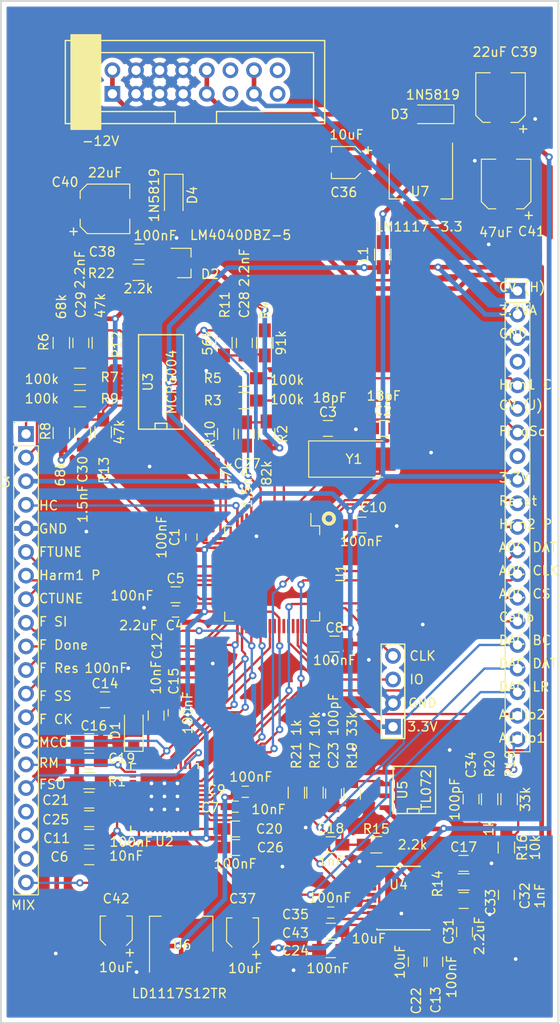
<source format=kicad_pcb>
(kicad_pcb (version 20171130) (host pcbnew "(5.1.5)-3")
  (layers (0 F.Cu signal) (31 B.Cu signal) (34 B.Paste user) (35 F.Paste user) (36 B.SilkS user hide) (37 F.SilkS user) (38 B.Mask user) (39 F.Mask user) (44 Edge.Cuts user))
  (net 0 "")
  (net 1 GND)
  (net 2 "Net-(C2-Pad1)")
  (net 3 "Net-(C3-Pad1)")
  (net 4 "Net-(C5-Pad2)")
  (net 5 FTUNE)
  (net 6 DAC1_OUT)
  (net 7 DAC2_OUT)
  (net 8 VCC)
  (net 9 VEE)
  (net 10 AREF_-5)
  (net 11 SWCLK)
  (net 12 SWDIO)
  (net 13 CV_IN)
  (net 14 -12V)
  (net 15 +12V)
  (net 16 "Net-(J8-Pad11)")
  (net 17 "Net-(J8-Pad12)")
  (net 18 "Net-(J8-Pad15)")
  (net 19 "Net-(J8-Pad16)")
  (net 20 +3.3VA)
  (net 21 CTUNE)
  (net 22 "Net-(U1-Pad1)")
  (net 23 "Net-(U1-Pad2)")
  (net 24 "Net-(U1-Pad3)")
  (net 25 "Net-(U1-Pad4)")
  (net 26 "Net-(U1-Pad14)")
  (net 27 "Net-(U1-Pad28)")
  (net 28 "Net-(U1-Pad29)")
  (net 29 "Net-(U1-Pad35)")
  (net 30 "Net-(U1-Pad39)")
  (net 31 "Net-(U1-Pad41)")
  (net 32 "Net-(U1-Pad43)")
  (net 33 "Net-(U1-Pad45)")
  (net 34 "Net-(U1-Pad52)")
  (net 35 "Net-(U1-Pad54)")
  (net 36 "Net-(U1-Pad56)")
  (net 37 "Net-(U1-Pad58)")
  (net 38 "Net-(U1-Pad59)")
  (net 39 "Net-(U1-Pad62)")
  (net 40 Calibration)
  (net 41 VCCIO_0)
  (net 42 +1V2)
  (net 43 "Net-(C18-Pad2)")
  (net 44 "Net-(C23-Pad1)")
  (net 45 "Net-(C23-Pad2)")
  (net 46 "Net-(C27-Pad1)")
  (net 47 HARM1_CV)
  (net 48 "Net-(C28-Pad1)")
  (net 49 "Net-(C29-Pad1)")
  (net 50 HARM2_CV)
  (net 51 "Net-(C30-Pad1)")
  (net 52 "Net-(C31-Pad1)")
  (net 53 "Net-(C31-Pad2)")
  (net 54 "Net-(C32-Pad2)")
  (net 55 "Net-(C33-Pad1)")
  (net 56 "Net-(C34-Pad2)")
  (net 57 "Net-(C34-Pad1)")
  (net 58 "Net-(C35-Pad2)")
  (net 59 "Net-(D1-Pad1)")
  (net 60 FPGA_SCK)
  (net 61 FPGA_SS)
  (net 62 FPGA_SI)
  (net 63 FPGA_DONE)
  (net 64 FPGA_RESET)
  (net 65 DAC_DATA)
  (net 66 DAC_BCLK)
  (net 67 DAC_LRCLK)
  (net 68 ADC_Data)
  (net 69 ADC_Clock)
  (net 70 ADC_CS)
  (net 71 MCO2_CLOCK_OUT)
  (net 72 RESET)
  (net 73 AUDIO2_OUT)
  (net 74 AUDIO1_OUT)
  (net 75 MIX_SWITCH)
  (net 76 RING_MOD)
  (net 77 HARM2_POT)
  (net 78 HARM1_POT)
  (net 79 FREQ_SC_POT)
  (net 80 FREQ_SCALE_CVIN)
  (net 81 HARM2_CVIN)
  (net 82 HARM1_CVIN)
  (net 83 PITCH_CVIN)
  (net 84 "Net-(R1-Pad2)")
  (net 85 "Net-(U1-Pad9)")
  (net 86 "Net-(U1-Pad37)")
  (net 87 "Net-(U1-Pad51)")
  (net 88 "Net-(U1-Pad53)")
  (net 89 "Net-(U2-Pad47)")
  (net 90 "Net-(U2-Pad46)")
  (net 91 "Net-(U2-Pad44)")
  (net 92 "Net-(U2-Pad43)")
  (net 93 "Net-(U2-Pad42)")
  (net 94 "Net-(U2-Pad41)")
  (net 95 "Net-(U2-Pad40)")
  (net 96 "Net-(U2-Pad39)")
  (net 97 "Net-(U2-Pad38)")
  (net 98 "Net-(U2-Pad36)")
  (net 99 "Net-(U2-Pad34)")
  (net 100 "Net-(U2-Pad32)")
  (net 101 "Net-(U2-Pad31)")
  (net 102 "Net-(U2-Pad28)")
  (net 103 "Net-(U2-Pad27)")
  (net 104 "Net-(U2-Pad26)")
  (net 105 "Net-(U2-Pad23)")
  (net 106 "Net-(U2-Pad21)")
  (net 107 "Net-(U2-Pad18)")
  (net 108 "Net-(U2-Pad13)")
  (net 109 "Net-(U2-Pad12)")
  (net 110 "Net-(U2-Pad11)")
  (net 111 "Net-(U2-Pad2)")
  (net 112 "Net-(U1-Pad15)")
  (net 113 "Net-(U1-Pad61)")
  (net 114 "Net-(U1-Pad24)")
  (net 115 "Net-(U1-Pad20)")
  (net 116 "Net-(U1-Pad21)")
  (net 117 "Net-(J2-Pad18)")
  (net 118 "Net-(J2-Pad19)")
  (net 119 "Net-(J2-Pad17)")
  (net 120 "Net-(U2-Pad35)")
  (net 121 "Net-(U2-Pad19)")
  (net 122 "Net-(U2-Pad45)")
  (net 123 "Net-(J3-Pad8)")
  (net 124 "Net-(J3-Pad4)")
  (net 125 FPGA_SO)
  (net 126 PITCH_CV)
  (net 127 FREQ_SCALE_CV)
  (net 128 HARM_COUNT_POT)
  (module Crystals:Crystal_SMD_0603-2pin_6.0x3.5mm_HandSoldering (layer F.Cu) (at 137.9 99.3)
    (fp_text reference Y1 (at 0.1 0) (layer F.SilkS))
    (fp_text value ECS-12MHz hide)
    (pad 2 smd rect (at 2.9125 0) (size 3.325 2.5) (layers F.Cu F.Paste F.Mask) (net 2 "Net-(C2-Pad1)"))
    (pad 1 smd rect (at -2.9125 0) (size 3.325 2.5) (layers F.Cu F.Paste F.Mask) (net 3 "Net-(C3-Pad1)"))
  )
  (module Diodes_SMD:D_SOD-123 (layer F.Cu) (at 146.5 62.2 180)
    (fp_text reference D3 (at 3.6 0) (layer F.SilkS))
    (fp_text value 1N5819 (at 0 2.1) (layer F.SilkS))
    (pad 2 smd rect (at 1.65 0 180) (size 0.9 1.2) (layers F.Cu F.Paste F.Mask) (net 15 +12V))
    (pad 1 smd rect (at -1.65 0 180) (size 0.9 1.2) (layers F.Cu F.Paste F.Mask) (net 8 VCC))
  )
  (module TO_SOT_Packages_SMD:SOT-23 (layer F.Cu) (at 119.7 78.2)
    (fp_text reference D2 (at 2.8 1.2) (layer F.SilkS))
    (fp_text value LM4040DBZ-5 (at 6.1 -3) (layer F.SilkS))
    (pad 3 smd rect (at 1 0) (size 0.9 0.8) (layers F.Cu F.Paste F.Mask))
    (pad 2 smd rect (at -1 0.95) (size 0.9 0.8) (layers F.Cu F.Paste F.Mask) (net 10 AREF_-5))
    (pad 1 smd rect (at -1 -0.95) (size 0.9 0.8) (layers F.Cu F.Paste F.Mask) (net 1 GND))
  )
  (module Capacitors_SMD:CP_Elec_5x5.3 (layer F.Cu) (at 111.2 72.4)
    (fp_text reference C40 (at -4.3 -2.9) (layer F.SilkS))
    (fp_text value 22uF (at 0 -3.92) (layer F.SilkS))
    (fp_text user + (at -3.38 2.34) (layer F.SilkS))
    (pad 1 smd rect (at -2.2 0 180) (size 3 1.6) (layers F.Cu F.Paste F.Mask) (net 1 GND))
    (pad 2 smd rect (at 2.2 0 180) (size 3 1.6) (layers F.Cu F.Paste F.Mask) (net 9 VEE))
  )
  (module Capacitors_SMD:C_0805_HandSoldering (layer F.Cu) (at 114.9 77 180)
    (fp_text reference C38 (at 4 0) (layer F.SilkS))
    (fp_text value 100nF (at -1.7 1.75) (layer F.SilkS))
    (pad 2 smd rect (at 1.25 0 180) (size 1.5 1.25) (layers F.Cu F.Paste F.Mask) (net 1 GND))
    (pad 1 smd rect (at -1.25 0 180) (size 1.5 1.25) (layers F.Cu F.Paste F.Mask) (net 10 AREF_-5))
  )
  (module Diodes_SMD:D_SOD-123 (layer F.Cu) (at 118.6 70.9 270)
    (fp_text reference D4 (at 0 -2 90) (layer F.SilkS))
    (fp_text value 1N5819 (at 0 2.1 90) (layer F.SilkS))
    (pad 1 smd rect (at -1.65 0 270) (size 0.9 1.2) (layers F.Cu F.Paste F.Mask) (net 14 -12V))
    (pad 2 smd rect (at 1.65 0 270) (size 0.9 1.2) (layers F.Cu F.Paste F.Mask) (net 9 VEE))
  )
  (module Resistors_SMD:R_0805_HandSoldering (layer F.Cu) (at 114.8 79.2)
    (fp_text reference R22 (at -4 0.1) (layer F.SilkS))
    (fp_text value 2.2k (at 0 1.75) (layer F.SilkS))
    (pad 2 smd rect (at 1.35 0) (size 1.5 1.3) (layers F.Cu F.Paste F.Mask) (net 10 AREF_-5))
    (pad 1 smd rect (at -1.35 0) (size 1.5 1.3) (layers F.Cu F.Paste F.Mask) (net 9 VEE))
  )
  (module Capacitors_SMD:C_0603_HandSoldering (layer F.Cu) (at 135.5 148.1)
    (fp_text reference C35 (at -3.8 0.2) (layer F.SilkS))
    (fp_text value 100nF (at -0.1 -1.6) (layer F.SilkS))
    (pad 1 smd rect (at -0.95 0) (size 1.2 0.75) (layers F.Cu F.Paste F.Mask) (net 1 GND))
    (pad 2 smd rect (at 0.95 0) (size 1.2 0.75) (layers F.Cu F.Paste F.Mask) (net 58 "Net-(C35-Pad2)"))
  )
  (module Capacitors_SMD:C_0603_HandSoldering (layer F.Cu) (at 120.5 107.7 90)
    (fp_text reference C1 (at 0 -1.8 90) (layer F.SilkS))
    (fp_text value 100nF (at 0 -3.2 90) (layer F.SilkS))
    (pad 1 smd rect (at -0.95 0 90) (size 1.2 0.75) (layers F.Cu F.Paste F.Mask) (net 41 VCCIO_0))
    (pad 2 smd rect (at 0.95 0 90) (size 1.2 0.75) (layers F.Cu F.Paste F.Mask) (net 1 GND))
  )
  (module Capacitors_SMD:C_0603_HandSoldering (layer F.Cu) (at 118.6 126.6 90)
    (fp_text reference C15 (at 3.4 0 90) (layer F.SilkS))
    (fp_text value 100nF (at 0 1.5 90) (layer F.SilkS))
    (pad 1 smd rect (at -0.95 0 90) (size 1.2 0.75) (layers F.Cu F.Paste F.Mask) (net 41 VCCIO_0))
    (pad 2 smd rect (at 0.95 0 90) (size 1.2 0.75) (layers F.Cu F.Paste F.Mask) (net 1 GND))
  )
  (module Capacitors_SMD:C_0603_HandSoldering (layer F.Cu) (at 126.3 135.1)
    (fp_text reference C9 (at -3.1 -0.2) (layer F.SilkS))
    (fp_text value 100nF (at 0.6 -1.6) (layer F.SilkS))
    (pad 1 smd rect (at -0.95 0) (size 1.2 0.75) (layers F.Cu F.Paste F.Mask) (net 42 +1V2))
    (pad 2 smd rect (at 0.95 0) (size 1.2 0.75) (layers F.Cu F.Paste F.Mask) (net 1 GND))
  )
  (module Capacitors_SMD:C_0603_HandSoldering (layer F.Cu) (at 125.2 136.7)
    (fp_text reference C7 (at -2.7 0.1) (layer F.SilkS))
    (fp_text value 10nF (at 3.6 0.3) (layer F.SilkS))
    (pad 1 smd rect (at -0.95 0) (size 1.2 0.75) (layers F.Cu F.Paste F.Mask) (net 42 +1V2))
    (pad 2 smd rect (at 0.95 0) (size 1.2 0.75) (layers F.Cu F.Paste F.Mask) (net 1 GND))
  )
  (module Capacitors_SMD:C_0603_HandSoldering (layer F.Cu) (at 118.8 115.7 180)
    (fp_text reference C4 (at 0.1 -1.5) (layer F.SilkS))
    (fp_text value 100nF (at 4.7 1.7) (layer F.SilkS))
    (pad 1 smd rect (at -0.95 0 180) (size 1.2 0.75) (layers F.Cu F.Paste F.Mask) (net 41 VCCIO_0))
    (pad 2 smd rect (at 0.95 0 180) (size 1.2 0.75) (layers F.Cu F.Paste F.Mask) (net 1 GND))
  )
  (module Resistors_SMD:R_0805_HandSoldering (layer F.Cu) (at 108.5 90.4 180)
    (fp_text reference R7 (at -3.2 -0.1) (layer F.SilkS))
    (fp_text value 100k (at 4.1 -0.3) (layer F.SilkS))
    (pad 2 smd rect (at 1.35 0 180) (size 1.5 1.3) (layers F.Cu F.Paste F.Mask) (net 81 HARM2_CVIN))
    (pad 1 smd rect (at -1.35 0 180) (size 1.5 1.3) (layers F.Cu F.Paste F.Mask) (net 49 "Net-(C29-Pad1)"))
  )
  (module Capacitors_SMD:C_0805_HandSoldering (layer F.Cu) (at 135.8 135.3 270)
    (fp_text reference C23 (at -4.1 0 90) (layer F.SilkS))
    (fp_text value 100pF (at -8.5 0 90) (layer F.SilkS))
    (pad 2 smd rect (at 1.25 0 270) (size 1.5 1.25) (layers F.Cu F.Paste F.Mask) (net 45 "Net-(C23-Pad2)"))
    (pad 1 smd rect (at -1.25 0 270) (size 1.5 1.25) (layers F.Cu F.Paste F.Mask) (net 44 "Net-(C23-Pad1)"))
  )
  (module Resistors_SMD:R_0805_HandSoldering (layer F.Cu) (at 131.8 135.2 270)
    (fp_text reference R21 (at -4 0 90) (layer F.SilkS))
    (fp_text value 1k (at -7 0 90) (layer F.SilkS))
    (pad 2 smd rect (at 1.35 0 270) (size 1.5 1.3) (layers F.Cu F.Paste F.Mask) (net 45 "Net-(C23-Pad2)"))
    (pad 1 smd rect (at -1.35 0 270) (size 1.5 1.3) (layers F.Cu F.Paste F.Mask) (net 73 AUDIO2_OUT))
  )
  (module Resistors_SMD:R_0805_HandSoldering (layer F.Cu) (at 154.7 135.9 90)
    (fp_text reference R18 (at 3.8 0.1 90) (layer F.SilkS))
    (fp_text value 33k (at 0 1.75 90) (layer F.SilkS))
    (pad 1 smd rect (at -1.35 0 90) (size 1.5 1.3) (layers F.Cu F.Paste F.Mask) (net 56 "Net-(C34-Pad2)"))
    (pad 2 smd rect (at 1.35 0 90) (size 1.5 1.3) (layers F.Cu F.Paste F.Mask) (net 57 "Net-(C34-Pad1)"))
  )
  (module Resistors_SMD:R_0805_HandSoldering (layer F.Cu) (at 140.4 140.8)
    (fp_text reference R15 (at 0 -1.7) (layer F.SilkS))
    (fp_text value 2.2k (at 3.9 0) (layer F.SilkS))
    (pad 1 smd rect (at -1.35 0) (size 1.5 1.3) (layers F.Cu F.Paste F.Mask) (net 43 "Net-(C18-Pad2)"))
    (pad 2 smd rect (at 1.35 0) (size 1.5 1.3) (layers F.Cu F.Paste F.Mask) (net 7 DAC2_OUT))
  )
  (module Capacitors_SMD:C_0805_HandSoldering (layer F.Cu) (at 141.2 96 180)
    (fp_text reference C2 (at 0.1 1.9) (layer F.SilkS))
    (fp_text value 18pF (at 0 3.5) (layer F.SilkS))
    (pad 2 smd rect (at 1.25 0 180) (size 1.5 1.25) (layers F.Cu F.Paste F.Mask) (net 1 GND))
    (pad 1 smd rect (at -1.25 0 180) (size 1.5 1.25) (layers F.Cu F.Paste F.Mask) (net 2 "Net-(C2-Pad1)"))
  )
  (module Capacitors_SMD:C_0805_HandSoldering (layer F.Cu) (at 135.2 96)
    (fp_text reference C3 (at 0 -1.75) (layer F.SilkS))
    (fp_text value 18pF (at 0.2 -3.3) (layer F.SilkS))
    (pad 1 smd rect (at -1.25 0) (size 1.5 1.25) (layers F.Cu F.Paste F.Mask) (net 3 "Net-(C3-Pad1)"))
    (pad 2 smd rect (at 1.25 0) (size 1.5 1.25) (layers F.Cu F.Paste F.Mask) (net 1 GND))
  )
  (module Capacitors_SMD:C_0805_HandSoldering (layer F.Cu) (at 118.8 113.9)
    (fp_text reference C5 (at 0 -1.75) (layer F.SilkS))
    (fp_text value 2.2uF (at -4 3.3) (layer F.SilkS))
    (pad 2 smd rect (at 1.25 0) (size 1.5 1.25) (layers F.Cu F.Paste F.Mask) (net 4 "Net-(C5-Pad2)"))
    (pad 1 smd rect (at -1.25 0) (size 1.5 1.25) (layers F.Cu F.Paste F.Mask) (net 1 GND))
  )
  (module Capacitors_SMD:C_0805_HandSoldering (layer F.Cu) (at 109.5 142.1 180)
    (fp_text reference C6 (at 3.2 0) (layer F.SilkS))
    (fp_text value 10nF (at -4 0.1) (layer F.SilkS))
    (pad 1 smd rect (at -1.25 0 180) (size 1.5 1.25) (layers F.Cu F.Paste F.Mask) (net 41 VCCIO_0))
    (pad 2 smd rect (at 1.25 0 180) (size 1.5 1.25) (layers F.Cu F.Paste F.Mask) (net 1 GND))
  )
  (module Capacitors_SMD:C_0805_HandSoldering (layer F.Cu) (at 135.9 119.2)
    (fp_text reference C8 (at 0 -1.75) (layer F.SilkS))
    (fp_text value 100nF (at 0 1.75) (layer F.SilkS))
    (pad 1 smd rect (at -1.25 0) (size 1.5 1.25) (layers F.Cu F.Paste F.Mask) (net 41 VCCIO_0))
    (pad 2 smd rect (at 1.25 0) (size 1.5 1.25) (layers F.Cu F.Paste F.Mask) (net 1 GND))
  )
  (module Capacitors_SMD:C_0805_HandSoldering (layer F.Cu) (at 138.8 106.4)
    (fp_text reference C10 (at 1.3 -1.9) (layer F.SilkS))
    (fp_text value 100nF (at 0 1.75) (layer F.SilkS))
    (pad 2 smd rect (at 1.25 0) (size 1.5 1.25) (layers F.Cu F.Paste F.Mask) (net 1 GND))
    (pad 1 smd rect (at -1.25 0) (size 1.5 1.25) (layers F.Cu F.Paste F.Mask) (net 41 VCCIO_0))
  )
  (module Capacitors_SMD:C_0805_HandSoldering (layer F.Cu) (at 109.5 140 180)
    (fp_text reference C11 (at 3.5 -0.1) (layer F.SilkS))
    (fp_text value 100nF (at -4.5 -0.5) (layer F.SilkS))
    (pad 2 smd rect (at 1.25 0 180) (size 1.5 1.25) (layers F.Cu F.Paste F.Mask) (net 1 GND))
    (pad 1 smd rect (at -1.25 0 180) (size 1.5 1.25) (layers F.Cu F.Paste F.Mask) (net 41 VCCIO_0))
  )
  (module Capacitors_SMD:C_0805_HandSoldering (layer F.Cu) (at 116.7 126.9 90)
    (fp_text reference C12 (at 7.5 0.1 90) (layer F.SilkS))
    (fp_text value 10nF (at 4.1 0 90) (layer F.SilkS))
    (pad 1 smd rect (at -1.25 0 90) (size 1.5 1.25) (layers F.Cu F.Paste F.Mask) (net 41 VCCIO_0))
    (pad 2 smd rect (at 1.25 0 90) (size 1.5 1.25) (layers F.Cu F.Paste F.Mask) (net 1 GND))
  )
  (module Capacitors_SMD:C_0805_HandSoldering (layer F.Cu) (at 146.7 153.4 270)
    (fp_text reference C13 (at 4.1 -0.1 90) (layer F.SilkS))
    (fp_text value 100nF (at 1.6 -1.8 90) (layer F.SilkS))
    (pad 1 smd rect (at -1.25 0 270) (size 1.5 1.25) (layers F.Cu F.Paste F.Mask) (net 20 +3.3VA))
    (pad 2 smd rect (at 1.25 0 270) (size 1.5 1.25) (layers F.Cu F.Paste F.Mask) (net 1 GND))
  )
  (module Capacitors_SMD:C_0805_HandSoldering (layer F.Cu) (at 111.2 125.2)
    (fp_text reference C14 (at 0 -1.75) (layer F.SilkS))
    (fp_text value 100nF (at 0.1 -3.4) (layer F.SilkS))
    (pad 1 smd rect (at -1.25 0) (size 1.5 1.25) (layers F.Cu F.Paste F.Mask) (net 1 GND))
    (pad 2 smd rect (at 1.25 0) (size 1.5 1.25) (layers F.Cu F.Paste F.Mask) (net 41 VCCIO_0))
  )
  (module Capacitors_SMD:C_0805_HandSoldering (layer F.Cu) (at 109.5 129.7)
    (fp_text reference C16 (at 0.5 -1.7) (layer F.SilkS))
    (fp_text value 10uF)
    (pad 1 smd rect (at -1.25 0) (size 1.5 1.25) (layers F.Cu F.Paste F.Mask) (net 42 +1V2))
    (pad 2 smd rect (at 1.25 0) (size 1.5 1.25) (layers F.Cu F.Paste F.Mask) (net 1 GND))
  )
  (module Capacitors_SMD:C_0805_HandSoldering (layer F.Cu) (at 149.8 142.8)
    (fp_text reference C17 (at 0 -1.75) (layer F.SilkS))
    (fp_text value 100nF)
    (pad 2 smd rect (at 1.25 0) (size 1.5 1.25) (layers F.Cu F.Paste F.Mask) (net 1 GND))
    (pad 1 smd rect (at -1.25 0) (size 1.5 1.25) (layers F.Cu F.Paste F.Mask) (net 20 +3.3VA))
  )
  (module Capacitors_SMD:C_0805_HandSoldering (layer F.Cu) (at 135.5 140.8)
    (fp_text reference C18 (at 0 -1.75) (layer F.SilkS))
    (fp_text value 1nF (at 0 1.75) (layer F.SilkS))
    (pad 2 smd rect (at 1.25 0) (size 1.5 1.25) (layers F.Cu F.Paste F.Mask) (net 43 "Net-(C18-Pad2)"))
    (pad 1 smd rect (at -1.25 0) (size 1.5 1.25) (layers F.Cu F.Paste F.Mask) (net 1 GND))
  )
  (module Capacitors_SMD:C_0805_HandSoldering (layer F.Cu) (at 109.5 131.8)
    (fp_text reference C19 (at 3.5 -0.3) (layer F.SilkS))
    (fp_text value 100nF)
    (pad 2 smd rect (at 1.25 0) (size 1.5 1.25) (layers F.Cu F.Paste F.Mask) (net 1 GND))
    (pad 1 smd rect (at -1.25 0) (size 1.5 1.25) (layers F.Cu F.Paste F.Mask) (net 42 +1V2))
  )
  (module Capacitors_SMD:C_0805_HandSoldering (layer F.Cu) (at 125.2 139.1)
    (fp_text reference C20 (at 3.7 0) (layer F.SilkS))
    (fp_text value 10nF hide)
    (pad 1 smd rect (at -1.25 0) (size 1.5 1.25) (layers F.Cu F.Paste F.Mask) (net 41 VCCIO_0))
    (pad 2 smd rect (at 1.25 0) (size 1.5 1.25) (layers F.Cu F.Paste F.Mask) (net 1 GND))
  )
  (module Capacitors_SMD:C_0805_HandSoldering (layer F.Cu) (at 109.5 136 180)
    (fp_text reference C21 (at 3.6 0) (layer F.SilkS))
    (fp_text value 1uF)
    (pad 1 smd rect (at -1.25 0 180) (size 1.5 1.25) (layers F.Cu F.Paste F.Mask) (net 42 +1V2))
    (pad 2 smd rect (at 1.25 0 180) (size 1.5 1.25) (layers F.Cu F.Paste F.Mask) (net 1 GND))
  )
  (module Capacitors_SMD:C_0805_HandSoldering (layer F.Cu) (at 144.7 153.4 270)
    (fp_text reference C22 (at 4.2 0 90) (layer F.SilkS))
    (fp_text value 10uF (at 0 1.75 90) (layer F.SilkS))
    (pad 1 smd rect (at -1.25 0 270) (size 1.5 1.25) (layers F.Cu F.Paste F.Mask) (net 20 +3.3VA))
    (pad 2 smd rect (at 1.25 0 270) (size 1.5 1.25) (layers F.Cu F.Paste F.Mask) (net 1 GND))
  )
  (module Capacitors_SMD:C_0805_HandSoldering (layer F.Cu) (at 135.5 152.1 180)
    (fp_text reference C24 (at 3.8 -0.1) (layer F.SilkS))
    (fp_text value 100nF (at 0.3 -2) (layer F.SilkS))
    (pad 2 smd rect (at 1.25 0 180) (size 1.5 1.25) (layers F.Cu F.Paste F.Mask) (net 1 GND))
    (pad 1 smd rect (at -1.25 0 180) (size 1.5 1.25) (layers F.Cu F.Paste F.Mask) (net 41 VCCIO_0))
  )
  (module Capacitors_SMD:C_0805_HandSoldering (layer F.Cu) (at 109.5 138 180)
    (fp_text reference C25 (at 3.6 -0.1) (layer F.SilkS))
    (fp_text value 100nF)
    (pad 1 smd rect (at -1.25 0 180) (size 1.5 1.25) (layers F.Cu F.Paste F.Mask) (net 42 +1V2))
    (pad 2 smd rect (at 1.25 0 180) (size 1.5 1.25) (layers F.Cu F.Paste F.Mask) (net 1 GND))
  )
  (module Capacitors_SMD:C_0805_HandSoldering (layer F.Cu) (at 125.2 141.1)
    (fp_text reference C26 (at 3.8 0) (layer F.SilkS))
    (fp_text value 100nF (at 0 1.75) (layer F.SilkS))
    (pad 2 smd rect (at 1.25 0) (size 1.5 1.25) (layers F.Cu F.Paste F.Mask) (net 1 GND))
    (pad 1 smd rect (at -1.25 0) (size 1.5 1.25) (layers F.Cu F.Paste F.Mask) (net 41 VCCIO_0))
  )
  (module Capacitors_SMD:C_0805_HandSoldering (layer F.Cu) (at 126.4 96.6 270)
    (fp_text reference C27 (at 3.2 -0.1 180) (layer F.SilkS))
    (fp_text value 1.5nF (at 5.9 -0.1 90) (layer F.SilkS))
    (pad 2 smd rect (at 1.25 0 270) (size 1.5 1.25) (layers F.Cu F.Paste F.Mask) (net 126 PITCH_CV))
    (pad 1 smd rect (at -1.25 0 270) (size 1.5 1.25) (layers F.Cu F.Paste F.Mask) (net 46 "Net-(C27-Pad1)"))
  )
  (module Capacitors_SMD:C_0805_HandSoldering (layer F.Cu) (at 126.2 86.8 90)
    (fp_text reference C28 (at 4.1 0 90) (layer F.SilkS))
    (fp_text value 2.2nF (at 8.1 0 90) (layer F.SilkS))
    (pad 2 smd rect (at 1.25 0 90) (size 1.5 1.25) (layers F.Cu F.Paste F.Mask) (net 47 HARM1_CV))
    (pad 1 smd rect (at -1.25 0 90) (size 1.5 1.25) (layers F.Cu F.Paste F.Mask) (net 48 "Net-(C28-Pad1)"))
  )
  (module Capacitors_SMD:C_0805_HandSoldering (layer F.Cu) (at 108.6 86.8 90)
    (fp_text reference C29 (at 4.1 0 90) (layer F.SilkS))
    (fp_text value 2.2nF (at 7.9 -0.1 90) (layer F.SilkS))
    (pad 1 smd rect (at -1.25 0 90) (size 1.5 1.25) (layers F.Cu F.Paste F.Mask) (net 49 "Net-(C29-Pad1)"))
    (pad 2 smd rect (at 1.25 0 90) (size 1.5 1.25) (layers F.Cu F.Paste F.Mask) (net 50 HARM2_CV))
  )
  (module Capacitors_SMD:C_0805_HandSoldering (layer F.Cu) (at 108.8 96.5 270)
    (fp_text reference C30 (at 3.9 0 90) (layer F.SilkS))
    (fp_text value 1.5nF (at 7.6 0 90) (layer F.SilkS))
    (pad 2 smd rect (at 1.25 0 270) (size 1.5 1.25) (layers F.Cu F.Paste F.Mask) (net 127 FREQ_SCALE_CV))
    (pad 1 smd rect (at -1.25 0 270) (size 1.5 1.25) (layers F.Cu F.Paste F.Mask) (net 51 "Net-(C30-Pad1)"))
  )
  (module Capacitors_SMD:C_0805_HandSoldering (layer F.Cu) (at 149.9 150.2 90)
    (fp_text reference C31 (at 0.1 -1.7 90) (layer F.SilkS))
    (fp_text value 2.2uF (at -0.4 1.6 90) (layer F.SilkS))
    (pad 1 smd rect (at -1.25 0 90) (size 1.5 1.25) (layers F.Cu F.Paste F.Mask) (net 52 "Net-(C31-Pad1)"))
    (pad 2 smd rect (at 1.25 0 90) (size 1.5 1.25) (layers F.Cu F.Paste F.Mask) (net 53 "Net-(C31-Pad2)"))
  )
  (module Capacitors_SMD:C_0805_HandSoldering (layer F.Cu) (at 154.4 146.2 90)
    (fp_text reference C32 (at -0.1 2 90) (layer F.SilkS))
    (fp_text value 1nF (at -0.1 3.6 90) (layer F.SilkS))
    (pad 1 smd rect (at -1.25 0 90) (size 1.5 1.25) (layers F.Cu F.Paste F.Mask) (net 1 GND))
    (pad 2 smd rect (at 1.25 0 90) (size 1.5 1.25) (layers F.Cu F.Paste F.Mask) (net 54 "Net-(C32-Pad2)"))
  )
  (module Capacitors_SMD:C_0805_HandSoldering (layer F.Cu) (at 149.8 146.8)
    (fp_text reference C33 (at 2.9 0.2 90) (layer F.SilkS))
    (fp_text value 2.2uF)
    (pad 2 smd rect (at 1.25 0) (size 1.5 1.25) (layers F.Cu F.Paste F.Mask) (net 1 GND))
    (pad 1 smd rect (at -1.25 0) (size 1.5 1.25) (layers F.Cu F.Paste F.Mask) (net 55 "Net-(C33-Pad1)"))
  )
  (module Capacitors_SMD:C_0805_HandSoldering (layer F.Cu) (at 150.6 135.9 270)
    (fp_text reference C34 (at -3.7 0 90) (layer F.SilkS))
    (fp_text value 100pF (at 0 1.75 90) (layer F.SilkS))
    (pad 2 smd rect (at 1.25 0 270) (size 1.5 1.25) (layers F.Cu F.Paste F.Mask) (net 56 "Net-(C34-Pad2)"))
    (pad 1 smd rect (at -1.25 0 270) (size 1.5 1.25) (layers F.Cu F.Paste F.Mask) (net 57 "Net-(C34-Pad1)"))
  )
  (module Capacitors_SMD:CP_Elec_3x5.3 (layer F.Cu) (at 137.3 67.4 180)
    (fp_text reference C36 (at 0.4 -3.2) (layer F.SilkS))
    (fp_text value 10uF (at 0.1 3) (layer F.SilkS))
    (fp_text user + (at -2.22 1.4) (layer F.SilkS))
    (pad 1 smd rect (at -1.5 0 180) (size 2.2 1.6) (layers F.Cu F.Paste F.Mask) (net 8 VCC))
    (pad 2 smd rect (at 1.5 0 180) (size 2.2 1.6) (layers F.Cu F.Paste F.Mask) (net 1 GND))
  )
  (module Capacitors_SMD:CP_Elec_3x5.3 (layer F.Cu) (at 126 150.4 90)
    (fp_text reference C37 (at 3.8 0 180) (layer F.SilkS))
    (fp_text value 10uF (at -3.7 0.3 180) (layer F.SilkS))
    (fp_text user + (at -2.22 1.4 90) (layer F.SilkS))
    (pad 2 smd rect (at 1.5 0 90) (size 2.2 1.6) (layers F.Cu F.Paste F.Mask) (net 1 GND))
    (pad 1 smd rect (at -1.5 0 90) (size 2.2 1.6) (layers F.Cu F.Paste F.Mask) (net 8 VCC))
  )
  (module Capacitors_SMD:CP_Elec_5x5.3 (layer F.Cu) (at 153.8 60.4 90)
    (fp_text reference C39 (at 4.9 2.5 180) (layer F.SilkS))
    (fp_text value 22uF (at 4.9 -1.2 180) (layer F.SilkS))
    (fp_text user + (at -3.38 2.34 90) (layer F.SilkS))
    (pad 2 smd rect (at 2.2 0 270) (size 3 1.6) (layers F.Cu F.Paste F.Mask) (net 1 GND))
    (pad 1 smd rect (at -2.2 0 270) (size 3 1.6) (layers F.Cu F.Paste F.Mask) (net 8 VCC))
  )
  (module Capacitors_SMD:CP_Elec_5x5.3 (layer F.Cu) (at 154.4 69.7 90)
    (fp_text reference C41 (at -5.1 2.7 180) (layer F.SilkS))
    (fp_text value 47uF (at -5.2 -1.1 180) (layer F.SilkS))
    (fp_text user + (at -3.38 2.34 90) (layer F.SilkS))
    (pad 2 smd rect (at 2.2 0 270) (size 3 1.6) (layers F.Cu F.Paste F.Mask) (net 1 GND))
    (pad 1 smd rect (at -2.2 0 270) (size 3 1.6) (layers F.Cu F.Paste F.Mask) (net 41 VCCIO_0))
  )
  (module Capacitors_SMD:CP_Elec_3x5.3 (layer F.Cu) (at 112.4 150.2 90)
    (fp_text reference C42 (at 3.6 0 180) (layer F.SilkS))
    (fp_text value 10uF (at -3.8 0 180) (layer F.SilkS))
    (fp_text user + (at -2.22 1.4 90) (layer F.SilkS))
    (pad 1 smd rect (at -1.5 0 90) (size 2.2 1.6) (layers F.Cu F.Paste F.Mask) (net 42 +1V2))
    (pad 2 smd rect (at 1.5 0 90) (size 2.2 1.6) (layers F.Cu F.Paste F.Mask) (net 1 GND))
  )
  (module Capacitors_SMD:C_0805_HandSoldering (layer F.Cu) (at 135.5 150.1 180)
    (fp_text reference C43 (at 3.8 -0.2) (layer F.SilkS))
    (fp_text value 10uF (at -4.1 -0.8) (layer F.SilkS))
    (pad 1 smd rect (at -1.25 0 180) (size 1.5 1.25) (layers F.Cu F.Paste F.Mask) (net 41 VCCIO_0))
    (pad 2 smd rect (at 1.25 0 180) (size 1.5 1.25) (layers F.Cu F.Paste F.Mask) (net 1 GND))
  )
  (module Diodes_SMD:D_SOD-123 (layer F.Cu) (at 114.3 128.5 90)
    (fp_text reference D1 (at 0 -2 90) (layer F.SilkS))
    (fp_text value MBR130T1G hide)
    (pad 2 smd rect (at 1.65 0 90) (size 0.9 1.2) (layers F.Cu F.Paste F.Mask) (net 41 VCCIO_0))
    (pad 1 smd rect (at -1.65 0 90) (size 0.9 1.2) (layers F.Cu F.Paste F.Mask) (net 59 "Net-(D1-Pad1)"))
  )
  (module Custom_Footprints:SWD_header (layer F.Cu) (at 142.2 128.1 90)
    (fp_text reference J1 hide)
    (fp_text value SWD_Header hide)
    (fp_text user 3.3V (at 0 3.175) (layer F.SilkS))
    (fp_text user GND (at 2.54 3.175) (layer F.SilkS))
    (fp_text user IO (at 5.08 2.54) (layer F.SilkS))
    (fp_text user CLK (at 7.62 3.175) (layer F.SilkS))
    (pad 4 thru_hole circle (at 7.62 0 90) (size 1.7 1.7) (drill 1) (layers *.Cu *.Mask) (net 11 SWCLK))
    (pad 3 thru_hole circle (at 5.08 0 90) (size 1.7 1.7) (drill 1) (layers *.Cu *.Mask) (net 12 SWDIO))
    (pad 2 thru_hole circle (at 2.54 0 90) (size 1.7 1.7) (drill 1) (layers *.Cu *.Mask) (net 1 GND))
    (pad 1 thru_hole rect (at 0 0 90) (size 1.7 1.7) (drill 1) (layers *.Cu *.Mask) (net 41 VCCIO_0))
  )
  (module Socket_Strips:Socket_Strip_Straight_1x20_Pitch2.54mm (layer F.Cu) (at 102.7 96.6)
    (fp_text reference J2 hide)
    (fp_text value Conn_01x20_Female hide)
    (pad 1 thru_hole rect (at 0 0) (size 1.7 1.7) (drill 1) (layers *.Cu *.Mask) (net 81 HARM2_CVIN))
    (pad 2 thru_hole oval (at 0 2.54) (size 1.7 1.7) (drill 1) (layers *.Cu *.Mask) (net 80 FREQ_SCALE_CVIN))
    (pad 3 thru_hole oval (at 0 5.08) (size 1.7 1.7) (drill 1) (layers *.Cu *.Mask) (net 20 +3.3VA))
    (pad 4 thru_hole oval (at 0 7.62) (size 1.7 1.7) (drill 1) (layers *.Cu *.Mask) (net 128 HARM_COUNT_POT))
    (pad 5 thru_hole oval (at 0 10.16) (size 1.7 1.7) (drill 1) (layers *.Cu *.Mask) (net 1 GND))
    (pad 6 thru_hole oval (at 0 12.7) (size 1.7 1.7) (drill 1) (layers *.Cu *.Mask) (net 5 FTUNE))
    (pad 7 thru_hole oval (at 0 15.24) (size 1.7 1.7) (drill 1) (layers *.Cu *.Mask) (net 78 HARM1_POT))
    (pad 8 thru_hole oval (at 0 17.78) (size 1.7 1.7) (drill 1) (layers *.Cu *.Mask) (net 21 CTUNE))
    (pad 9 thru_hole oval (at 0 20.32) (size 1.7 1.7) (drill 1) (layers *.Cu *.Mask) (net 62 FPGA_SI))
    (pad 10 thru_hole oval (at 0 22.86) (size 1.7 1.7) (drill 1) (layers *.Cu *.Mask) (net 63 FPGA_DONE))
    (pad 11 thru_hole oval (at 0 25.4) (size 1.7 1.7) (drill 1) (layers *.Cu *.Mask) (net 64 FPGA_RESET))
    (pad 12 thru_hole oval (at 0 27.94) (size 1.7 1.7) (drill 1) (layers *.Cu *.Mask) (net 61 FPGA_SS))
    (pad 13 thru_hole oval (at 0 30.48) (size 1.7 1.7) (drill 1) (layers *.Cu *.Mask) (net 60 FPGA_SCK))
    (pad 14 thru_hole oval (at 0 33.02) (size 1.7 1.7) (drill 1) (layers *.Cu *.Mask) (net 71 MCO2_CLOCK_OUT))
    (pad 15 thru_hole oval (at 0 35.56) (size 1.7 1.7) (drill 1) (layers *.Cu *.Mask) (net 76 RING_MOD))
    (pad 16 thru_hole oval (at 0 38.1) (size 1.7 1.7) (drill 1) (layers *.Cu *.Mask) (net 125 FPGA_SO))
    (pad 17 thru_hole oval (at 0 40.64) (size 1.7 1.7) (drill 1) (layers *.Cu *.Mask) (net 119 "Net-(J2-Pad17)"))
    (pad 18 thru_hole oval (at 0 43.18) (size 1.7 1.7) (drill 1) (layers *.Cu *.Mask) (net 117 "Net-(J2-Pad18)"))
    (pad 19 thru_hole oval (at 0 45.72) (size 1.7 1.7) (drill 1) (layers *.Cu *.Mask) (net 118 "Net-(J2-Pad19)"))
    (pad 20 thru_hole oval (at 0 48.26) (size 1.7 1.7) (drill 1) (layers *.Cu *.Mask) (net 75 MIX_SWITCH))
  )
  (module Socket_Strips:Socket_Strip_Straight_1x20_Pitch2.54mm (layer F.Cu) (at 155.6 81.2)
    (fp_text reference J3 hide)
    (fp_text value Conn_01x20_Female hide)
    (pad 20 thru_hole oval (at 0 48.26) (size 1.7 1.7) (drill 1) (layers *.Cu *.Mask) (net 74 AUDIO1_OUT))
    (pad 19 thru_hole oval (at 0 45.72) (size 1.7 1.7) (drill 1) (layers *.Cu *.Mask) (net 73 AUDIO2_OUT))
    (pad 18 thru_hole oval (at 0 43.18) (size 1.7 1.7) (drill 1) (layers *.Cu *.Mask) (net 67 DAC_LRCLK))
    (pad 17 thru_hole oval (at 0 40.64) (size 1.7 1.7) (drill 1) (layers *.Cu *.Mask) (net 65 DAC_DATA))
    (pad 16 thru_hole oval (at 0 38.1) (size 1.7 1.7) (drill 1) (layers *.Cu *.Mask) (net 66 DAC_BCLK))
    (pad 15 thru_hole oval (at 0 35.56) (size 1.7 1.7) (drill 1) (layers *.Cu *.Mask) (net 40 Calibration))
    (pad 14 thru_hole oval (at 0 33.02) (size 1.7 1.7) (drill 1) (layers *.Cu *.Mask) (net 70 ADC_CS))
    (pad 13 thru_hole oval (at 0 30.48) (size 1.7 1.7) (drill 1) (layers *.Cu *.Mask) (net 69 ADC_Clock))
    (pad 12 thru_hole oval (at 0 27.94) (size 1.7 1.7) (drill 1) (layers *.Cu *.Mask) (net 68 ADC_Data))
    (pad 11 thru_hole oval (at 0 25.4) (size 1.7 1.7) (drill 1) (layers *.Cu *.Mask) (net 77 HARM2_POT))
    (pad 10 thru_hole oval (at 0 22.86) (size 1.7 1.7) (drill 1) (layers *.Cu *.Mask) (net 72 RESET))
    (pad 9 thru_hole oval (at 0 20.32) (size 1.7 1.7) (drill 1) (layers *.Cu *.Mask) (net 41 VCCIO_0))
    (pad 8 thru_hole oval (at 0 17.78) (size 1.7 1.7) (drill 1) (layers *.Cu *.Mask) (net 123 "Net-(J3-Pad8)"))
    (pad 7 thru_hole oval (at 0 15.24) (size 1.7 1.7) (drill 1) (layers *.Cu *.Mask) (net 79 FREQ_SC_POT))
    (pad 6 thru_hole oval (at 0 12.7) (size 1.7 1.7) (drill 1) (layers *.Cu *.Mask) (net 83 PITCH_CVIN))
    (pad 5 thru_hole oval (at 0 10.16) (size 1.7 1.7) (drill 1) (layers *.Cu *.Mask) (net 82 HARM1_CVIN))
    (pad 4 thru_hole oval (at 0 7.62) (size 1.7 1.7) (drill 1) (layers *.Cu *.Mask) (net 124 "Net-(J3-Pad4)"))
    (pad 3 thru_hole oval (at 0 5.08) (size 1.7 1.7) (drill 1) (layers *.Cu *.Mask) (net 1 GND))
    (pad 2 thru_hole oval (at 0 2.54) (size 1.7 1.7) (drill 1) (layers *.Cu *.Mask) (net 20 +3.3VA))
    (pad 1 thru_hole rect (at 0 0) (size 1.7 1.7) (drill 1) (layers *.Cu *.Mask) (net 13 CV_IN))
  )
  (module Custom_Footprints:Eurorack_16_pin_header (layer F.Cu) (at 112 60)
    (fp_text reference J8 hide)
    (fp_text value Eurorack_16_pin_power hide)
    (fp_text user -12V (at -1.27 5.08) (layer F.SilkS))
    (pad 1 thru_hole rect (at 0 0) (size 1.7 1.7) (drill 1) (layers *.Cu *.Mask) (net 14 -12V))
    (pad 2 thru_hole circle (at 0 -2.54) (size 1.7 1.7) (drill 1) (layers *.Cu *.Mask) (net 14 -12V))
    (pad 3 thru_hole circle (at 2.54 0) (size 1.7 1.7) (drill 1) (layers *.Cu *.Mask) (net 1 GND))
    (pad 4 thru_hole circle (at 2.54 -2.54) (size 1.7 1.7) (drill 1) (layers *.Cu *.Mask) (net 1 GND))
    (pad 5 thru_hole circle (at 5.08 0) (size 1.7 1.7) (drill 1) (layers *.Cu *.Mask) (net 1 GND))
    (pad 6 thru_hole circle (at 5.08 -2.54) (size 1.7 1.7) (drill 1) (layers *.Cu *.Mask) (net 1 GND))
    (pad 7 thru_hole circle (at 7.62 0) (size 1.7 1.7) (drill 1) (layers *.Cu *.Mask) (net 1 GND))
    (pad 8 thru_hole circle (at 7.62 -2.54) (size 1.7 1.7) (drill 1) (layers *.Cu *.Mask) (net 1 GND))
    (pad 9 thru_hole circle (at 10.16 0) (size 1.7 1.7) (drill 1) (layers *.Cu *.Mask) (net 15 +12V))
    (pad 10 thru_hole circle (at 10.16 -2.54) (size 1.7 1.7) (drill 1) (layers *.Cu *.Mask) (net 15 +12V))
    (pad 11 thru_hole circle (at 12.7 0) (size 1.7 1.7) (drill 1) (layers *.Cu *.Mask) (net 16 "Net-(J8-Pad11)"))
    (pad 12 thru_hole circle (at 12.7 -2.54) (size 1.7 1.7) (drill 1) (layers *.Cu *.Mask) (net 17 "Net-(J8-Pad12)"))
    (pad 14 thru_hole circle (at 15.24 -2.54) (size 1.7 1.7) (drill 1) (layers *.Cu *.Mask) (net 13 CV_IN))
    (pad 13 thru_hole circle (at 15.24 0) (size 1.7 1.7) (drill 1) (layers *.Cu *.Mask) (net 13 CV_IN))
    (pad 15 thru_hole circle (at 17.78 0) (size 1.7 1.7) (drill 1) (layers *.Cu *.Mask) (net 18 "Net-(J8-Pad15)"))
    (pad 16 thru_hole circle (at 17.78 -2.54) (size 1.7 1.7) (drill 1) (layers *.Cu *.Mask) (net 19 "Net-(J8-Pad16)"))
  )
  (module Inductors_SMD:L_0805_HandSoldering (layer F.Cu) (at 141.1 77.3 90)
    (fp_text reference L1 (at 0 -2.1 90) (layer F.SilkS))
    (fp_text value L hide)
    (pad 2 smd rect (at 1.35 0 90) (size 1.5 1.3) (layers F.Cu F.Paste F.Mask) (net 41 VCCIO_0))
    (pad 1 smd rect (at -1.35 0 90) (size 1.5 1.3) (layers F.Cu F.Paste F.Mask) (net 20 +3.3VA))
  )
  (module Resistors_SMD:R_0805_HandSoldering (layer F.Cu) (at 109.5 133.9)
    (fp_text reference R1 (at 3 0.1) (layer F.SilkS))
    (fp_text value 100)
    (pad 1 smd rect (at -1.35 0) (size 1.5 1.3) (layers F.Cu F.Paste F.Mask) (net 42 +1V2))
    (pad 2 smd rect (at 1.35 0) (size 1.5 1.3) (layers F.Cu F.Paste F.Mask) (net 84 "Net-(R1-Pad2)"))
  )
  (module Resistors_SMD:R_0805_HandSoldering (layer F.Cu) (at 128.6 96.6 270)
    (fp_text reference R2 (at 0 -1.7 90) (layer F.SilkS))
    (fp_text value 82k (at 4.2 0 90) (layer F.SilkS))
    (pad 2 smd rect (at 1.35 0 270) (size 1.5 1.3) (layers F.Cu F.Paste F.Mask) (net 10 AREF_-5))
    (pad 1 smd rect (at -1.35 0 270) (size 1.5 1.3) (layers F.Cu F.Paste F.Mask) (net 46 "Net-(C27-Pad1)"))
  )
  (module Resistors_SMD:R_0805_HandSoldering (layer F.Cu) (at 126.2 93)
    (fp_text reference R3 (at -3.4 0) (layer F.SilkS))
    (fp_text value 100k (at 4.6 -0.1) (layer F.SilkS))
    (pad 1 smd rect (at -1.35 0) (size 1.5 1.3) (layers F.Cu F.Paste F.Mask) (net 46 "Net-(C27-Pad1)"))
    (pad 2 smd rect (at 1.35 0) (size 1.5 1.3) (layers F.Cu F.Paste F.Mask) (net 83 PITCH_CVIN))
  )
  (module Resistors_SMD:R_0805_HandSoldering (layer F.Cu) (at 128.4 86.8 90)
    (fp_text reference R4 (at 3.5 0 90) (layer F.SilkS))
    (fp_text value 91k (at 0 1.75 90) (layer F.SilkS))
    (pad 2 smd rect (at 1.35 0 90) (size 1.5 1.3) (layers F.Cu F.Paste F.Mask) (net 10 AREF_-5))
    (pad 1 smd rect (at -1.35 0 90) (size 1.5 1.3) (layers F.Cu F.Paste F.Mask) (net 48 "Net-(C28-Pad1)"))
  )
  (module Resistors_SMD:R_0805_HandSoldering (layer F.Cu) (at 126.2 90.6)
    (fp_text reference R5 (at -3.4 0) (layer F.SilkS))
    (fp_text value 100k (at 4.6 0.2) (layer F.SilkS))
    (pad 1 smd rect (at -1.35 0) (size 1.5 1.3) (layers F.Cu F.Paste F.Mask) (net 48 "Net-(C28-Pad1)"))
    (pad 2 smd rect (at 1.35 0) (size 1.5 1.3) (layers F.Cu F.Paste F.Mask) (net 82 HARM1_CVIN))
  )
  (module Resistors_SMD:R_0805_HandSoldering (layer F.Cu) (at 106.5 86.8 90)
    (fp_text reference R6 (at 0.1 -1.9 90) (layer F.SilkS))
    (fp_text value 68k (at 3.9 0 90) (layer F.SilkS))
    (pad 1 smd rect (at -1.35 0 90) (size 1.5 1.3) (layers F.Cu F.Paste F.Mask) (net 49 "Net-(C29-Pad1)"))
    (pad 2 smd rect (at 1.35 0 90) (size 1.5 1.3) (layers F.Cu F.Paste F.Mask) (net 10 AREF_-5))
  )
  (module Resistors_SMD:R_0805_HandSoldering (layer F.Cu) (at 106.5 96.5 270)
    (fp_text reference R8 (at -0.2 1.7 90) (layer F.SilkS))
    (fp_text value 68k (at 4.4 0.1 90) (layer F.SilkS))
    (pad 1 smd rect (at -1.35 0 270) (size 1.5 1.3) (layers F.Cu F.Paste F.Mask) (net 51 "Net-(C30-Pad1)"))
    (pad 2 smd rect (at 1.35 0 270) (size 1.5 1.3) (layers F.Cu F.Paste F.Mask) (net 10 AREF_-5))
  )
  (module Resistors_SMD:R_0805_HandSoldering (layer F.Cu) (at 108.5 92.8 180)
    (fp_text reference R9 (at -3.2 0) (layer F.SilkS))
    (fp_text value 100k (at 4.1 0) (layer F.SilkS))
    (pad 2 smd rect (at 1.35 0 180) (size 1.5 1.3) (layers F.Cu F.Paste F.Mask) (net 80 FREQ_SCALE_CVIN))
    (pad 1 smd rect (at -1.35 0 180) (size 1.5 1.3) (layers F.Cu F.Paste F.Mask) (net 51 "Net-(C30-Pad1)"))
  )
  (module Resistors_SMD:R_0805_HandSoldering (layer F.Cu) (at 124.2 96.6 90)
    (fp_text reference R10 (at 0 -1.7 90) (layer F.SilkS))
    (fp_text value 47k (at -4.4 0.1 90) (layer F.SilkS))
    (pad 1 smd rect (at -1.35 0 90) (size 1.5 1.3) (layers F.Cu F.Paste F.Mask) (net 126 PITCH_CV))
    (pad 2 smd rect (at 1.35 0 90) (size 1.5 1.3) (layers F.Cu F.Paste F.Mask) (net 46 "Net-(C27-Pad1)"))
  )
  (module Resistors_SMD:R_0805_HandSoldering (layer F.Cu) (at 124 86.8 270)
    (fp_text reference R11 (at -4.1 -0.1 90) (layer F.SilkS))
    (fp_text value 56k (at 0 1.75 90) (layer F.SilkS))
    (pad 1 smd rect (at -1.35 0 270) (size 1.5 1.3) (layers F.Cu F.Paste F.Mask) (net 47 HARM1_CV))
    (pad 2 smd rect (at 1.35 0 270) (size 1.5 1.3) (layers F.Cu F.Paste F.Mask) (net 48 "Net-(C28-Pad1)"))
  )
  (module Resistors_SMD:R_0805_HandSoldering (layer F.Cu) (at 110.7 86.8 270)
    (fp_text reference R12 (at 0.2 -1.8 90) (layer F.SilkS))
    (fp_text value 47k (at -4 0 90) (layer F.SilkS))
    (pad 2 smd rect (at 1.35 0 270) (size 1.5 1.3) (layers F.Cu F.Paste F.Mask) (net 49 "Net-(C29-Pad1)"))
    (pad 1 smd rect (at -1.35 0 270) (size 1.5 1.3) (layers F.Cu F.Paste F.Mask) (net 50 HARM2_CV))
  )
  (module Resistors_SMD:R_0805_HandSoldering (layer F.Cu) (at 111 96.4 90)
    (fp_text reference R13 (at -4.1 0.1 90) (layer F.SilkS))
    (fp_text value 47k (at 0 1.75 90) (layer F.SilkS))
    (pad 2 smd rect (at 1.35 0 90) (size 1.5 1.3) (layers F.Cu F.Paste F.Mask) (net 51 "Net-(C30-Pad1)"))
    (pad 1 smd rect (at -1.35 0 90) (size 1.5 1.3) (layers F.Cu F.Paste F.Mask) (net 127 FREQ_SCALE_CV))
  )
  (module Resistors_SMD:R_0805_HandSoldering (layer F.Cu) (at 149.8 144.8 180)
    (fp_text reference R14 (at 2.8 -0.2 90) (layer F.SilkS))
    (fp_text value 2.2k)
    (pad 2 smd rect (at 1.35 0 180) (size 1.5 1.3) (layers F.Cu F.Paste F.Mask) (net 6 DAC1_OUT))
    (pad 1 smd rect (at -1.35 0 180) (size 1.5 1.3) (layers F.Cu F.Paste F.Mask) (net 54 "Net-(C32-Pad2)"))
  )
  (module Resistors_SMD:R_0805_HandSoldering (layer F.Cu) (at 154.4 141.1 270)
    (fp_text reference R16 (at 0 -1.7 90) (layer F.SilkS))
    (fp_text value 10k (at 0 -3.1 90) (layer F.SilkS))
    (pad 1 smd rect (at -1.35 0 270) (size 1.5 1.3) (layers F.Cu F.Paste F.Mask) (net 57 "Net-(C34-Pad1)"))
    (pad 2 smd rect (at 1.35 0 270) (size 1.5 1.3) (layers F.Cu F.Paste F.Mask) (net 54 "Net-(C32-Pad2)"))
  )
  (module Resistors_SMD:R_0805_HandSoldering (layer F.Cu) (at 133.8 135.2 270)
    (fp_text reference R17 (at -4 0 90) (layer F.SilkS))
    (fp_text value 10k (at -7.4 0 90) (layer F.SilkS))
    (pad 2 smd rect (at 1.35 0 270) (size 1.5 1.3) (layers F.Cu F.Paste F.Mask) (net 43 "Net-(C18-Pad2)"))
    (pad 1 smd rect (at -1.35 0 270) (size 1.5 1.3) (layers F.Cu F.Paste F.Mask) (net 44 "Net-(C23-Pad1)"))
  )
  (module Resistors_SMD:R_0805_HandSoldering (layer F.Cu) (at 137.8 135.3 90)
    (fp_text reference R19 (at 4.1 0 90) (layer F.SilkS))
    (fp_text value 33k (at 7.5 0 90) (layer F.SilkS))
    (pad 1 smd rect (at -1.35 0 90) (size 1.5 1.3) (layers F.Cu F.Paste F.Mask) (net 45 "Net-(C23-Pad2)"))
    (pad 2 smd rect (at 1.35 0 90) (size 1.5 1.3) (layers F.Cu F.Paste F.Mask) (net 44 "Net-(C23-Pad1)"))
  )
  (module Resistors_SMD:R_0805_HandSoldering (layer F.Cu) (at 152.6 135.9 270)
    (fp_text reference R20 (at -3.8 0 90) (layer F.SilkS))
    (fp_text value 1k (at 3.1 0.1 90) (layer F.SilkS))
    (pad 2 smd rect (at 1.35 0 270) (size 1.5 1.3) (layers F.Cu F.Paste F.Mask) (net 56 "Net-(C34-Pad2)"))
    (pad 1 smd rect (at -1.35 0 270) (size 1.5 1.3) (layers F.Cu F.Paste F.Mask) (net 74 AUDIO1_OUT))
  )
  (module Package_QFP:LQFP-64_10x10mm_P0.5mm (layer F.Cu) (at 129.2 111.6 270)
    (fp_text reference U1 (at 0 -7.4 90) (layer F.SilkS))
    (fp_text value STM32F446RETx hide)
    (pad 1 smd roundrect (at -5.675 -3.75 270) (size 1.55 0.3) (layers F.Cu F.Paste F.Mask) (net 22 "Net-(U1-Pad1)"))
    (pad 2 smd roundrect (at -5.675 -3.25 270) (size 1.55 0.3) (layers F.Cu F.Paste F.Mask) (net 23 "Net-(U1-Pad2)"))
    (pad 3 smd roundrect (at -5.675 -2.75 270) (size 1.55 0.3) (layers F.Cu F.Paste F.Mask) (net 24 "Net-(U1-Pad3)"))
    (pad 4 smd roundrect (at -5.675 -2.25 270) (size 1.55 0.3) (layers F.Cu F.Paste F.Mask) (net 25 "Net-(U1-Pad4)"))
    (pad 5 smd roundrect (at -5.675 -1.75 270) (size 1.55 0.3) (layers F.Cu F.Paste F.Mask) (net 2 "Net-(C2-Pad1)"))
    (pad 6 smd roundrect (at -5.675 -1.25 270) (size 1.55 0.3) (layers F.Cu F.Paste F.Mask) (net 3 "Net-(C3-Pad1)"))
    (pad 7 smd roundrect (at -5.675 -0.75 270) (size 1.55 0.3) (layers F.Cu F.Paste F.Mask) (net 72 RESET))
    (pad 8 smd roundrect (at -5.675 -0.25 270) (size 1.55 0.3) (layers F.Cu F.Paste F.Mask) (net 79 FREQ_SC_POT))
    (pad 9 smd roundrect (at -5.675 0.25 270) (size 1.55 0.3) (layers F.Cu F.Paste F.Mask) (net 85 "Net-(U1-Pad9)"))
    (pad 10 smd roundrect (at -5.675 0.75 270) (size 1.55 0.3) (layers F.Cu F.Paste F.Mask) (net 77 HARM2_POT))
    (pad 11 smd roundrect (at -5.675 1.25 270) (size 1.55 0.3) (layers F.Cu F.Paste F.Mask) (net 47 HARM1_CV))
    (pad 12 smd roundrect (at -5.675 1.75 270) (size 1.55 0.3) (layers F.Cu F.Paste F.Mask) (net 1 GND))
    (pad 13 smd roundrect (at -5.675 2.25 270) (size 1.55 0.3) (layers F.Cu F.Paste F.Mask) (net 20 +3.3VA))
    (pad 14 smd roundrect (at -5.675 2.75 270) (size 1.55 0.3) (layers F.Cu F.Paste F.Mask) (net 26 "Net-(U1-Pad14)"))
    (pad 15 smd roundrect (at -5.675 3.25 270) (size 1.55 0.3) (layers F.Cu F.Paste F.Mask) (net 112 "Net-(U1-Pad15)"))
    (pad 16 smd roundrect (at -5.675 3.75 270) (size 1.55 0.3) (layers F.Cu F.Paste F.Mask) (net 128 HARM_COUNT_POT))
    (pad 17 smd roundrect (at -3.75 5.675 270) (size 0.3 1.55) (layers F.Cu F.Paste F.Mask) (net 50 HARM2_CV))
    (pad 18 smd roundrect (at -3.25 5.675 270) (size 0.3 1.55) (layers F.Cu F.Paste F.Mask) (net 1 GND))
    (pad 19 smd roundrect (at -2.75 5.675 270) (size 0.3 1.55) (layers F.Cu F.Paste F.Mask) (net 41 VCCIO_0))
    (pad 20 smd roundrect (at -2.25 5.675 270) (size 0.3 1.55) (layers F.Cu F.Paste F.Mask) (net 115 "Net-(U1-Pad20)"))
    (pad 21 smd roundrect (at -1.75 5.675 270) (size 0.3 1.55) (layers F.Cu F.Paste F.Mask) (net 116 "Net-(U1-Pad21)"))
    (pad 22 smd roundrect (at -1.25 5.675 270) (size 0.3 1.55) (layers F.Cu F.Paste F.Mask) (net 126 PITCH_CV))
    (pad 23 smd roundrect (at -0.75 5.675 270) (size 0.3 1.55) (layers F.Cu F.Paste F.Mask) (net 127 FREQ_SCALE_CV))
    (pad 24 smd roundrect (at -0.25 5.675 270) (size 0.3 1.55) (layers F.Cu F.Paste F.Mask) (net 114 "Net-(U1-Pad24)"))
    (pad 25 smd roundrect (at 0.25 5.675 270) (size 0.3 1.55) (layers F.Cu F.Paste F.Mask) (net 5 FTUNE))
    (pad 26 smd roundrect (at 0.75 5.675 270) (size 0.3 1.55) (layers F.Cu F.Paste F.Mask) (net 78 HARM1_POT))
    (pad 27 smd roundrect (at 1.25 5.675 270) (size 0.3 1.55) (layers F.Cu F.Paste F.Mask) (net 21 CTUNE))
    (pad 28 smd roundrect (at 1.75 5.675 270) (size 0.3 1.55) (layers F.Cu F.Paste F.Mask) (net 27 "Net-(U1-Pad28)"))
    (pad 29 smd roundrect (at 2.25 5.675 270) (size 0.3 1.55) (layers F.Cu F.Paste F.Mask) (net 28 "Net-(U1-Pad29)"))
    (pad 30 smd roundrect (at 2.75 5.675 270) (size 0.3 1.55) (layers F.Cu F.Paste F.Mask) (net 4 "Net-(C5-Pad2)"))
    (pad 31 smd roundrect (at 3.25 5.675 270) (size 0.3 1.55) (layers F.Cu F.Paste F.Mask) (net 1 GND))
    (pad 32 smd roundrect (at 3.75 5.675 270) (size 0.3 1.55) (layers F.Cu F.Paste F.Mask) (net 41 VCCIO_0))
    (pad 33 smd roundrect (at 5.675 3.75 270) (size 1.55 0.3) (layers F.Cu F.Paste F.Mask) (net 61 FPGA_SS))
    (pad 34 smd roundrect (at 5.675 3.25 270) (size 1.55 0.3) (layers F.Cu F.Paste F.Mask) (net 60 FPGA_SCK))
    (pad 35 smd roundrect (at 5.675 2.75 270) (size 1.55 0.3) (layers F.Cu F.Paste F.Mask) (net 29 "Net-(U1-Pad35)"))
    (pad 36 smd roundrect (at 5.675 2.25 270) (size 1.55 0.3) (layers F.Cu F.Paste F.Mask) (net 62 FPGA_SI))
    (pad 37 smd roundrect (at 5.675 1.75 270) (size 1.55 0.3) (layers F.Cu F.Paste F.Mask) (net 86 "Net-(U1-Pad37)"))
    (pad 38 smd roundrect (at 5.675 1.25 270) (size 1.55 0.3) (layers F.Cu F.Paste F.Mask) (net 64 FPGA_RESET))
    (pad 39 smd roundrect (at 5.675 0.75 270) (size 1.55 0.3) (layers F.Cu F.Paste F.Mask) (net 30 "Net-(U1-Pad39)"))
    (pad 40 smd roundrect (at 5.675 0.25 270) (size 1.55 0.3) (layers F.Cu F.Paste F.Mask) (net 71 MCO2_CLOCK_OUT))
    (pad 41 smd roundrect (at 5.675 -0.25 270) (size 1.55 0.3) (layers F.Cu F.Paste F.Mask) (net 31 "Net-(U1-Pad41)"))
    (pad 42 smd roundrect (at 5.675 -0.75 270) (size 1.55 0.3) (layers F.Cu F.Paste F.Mask) (net 63 FPGA_DONE))
    (pad 43 smd roundrect (at 5.675 -1.25 270) (size 1.55 0.3) (layers F.Cu F.Paste F.Mask) (net 32 "Net-(U1-Pad43)"))
    (pad 44 smd roundrect (at 5.675 -1.75 270) (size 1.55 0.3) (layers F.Cu F.Paste F.Mask) (net 40 Calibration))
    (pad 45 smd roundrect (at 5.675 -2.25 270) (size 1.55 0.3) (layers F.Cu F.Paste F.Mask) (net 33 "Net-(U1-Pad45)"))
    (pad 46 smd roundrect (at 5.675 -2.75 270) (size 1.55 0.3) (layers F.Cu F.Paste F.Mask) (net 12 SWDIO))
    (pad 47 smd roundrect (at 5.675 -3.25 270) (size 1.55 0.3) (layers F.Cu F.Paste F.Mask) (net 1 GND))
    (pad 48 smd roundrect (at 5.675 -3.75 270) (size 1.55 0.3) (layers F.Cu F.Paste F.Mask) (net 41 VCCIO_0))
    (pad 49 smd roundrect (at 3.75 -5.675 270) (size 0.3 1.55) (layers F.Cu F.Paste F.Mask) (net 11 SWCLK))
    (pad 50 smd roundrect (at 3.25 -5.675 270) (size 0.3 1.55) (layers F.Cu F.Paste F.Mask) (net 70 ADC_CS))
    (pad 51 smd roundrect (at 2.75 -5.675 270) (size 0.3 1.55) (layers F.Cu F.Paste F.Mask) (net 87 "Net-(U1-Pad51)"))
    (pad 52 smd roundrect (at 2.25 -5.675 270) (size 0.3 1.55) (layers F.Cu F.Paste F.Mask) (net 34 "Net-(U1-Pad52)"))
    (pad 53 smd roundrect (at 1.75 -5.675 270) (size 0.3 1.55) (layers F.Cu F.Paste F.Mask) (net 88 "Net-(U1-Pad53)"))
    (pad 54 smd roundrect (at 1.25 -5.675 270) (size 0.3 1.55) (layers F.Cu F.Paste F.Mask) (net 35 "Net-(U1-Pad54)"))
    (pad 55 smd roundrect (at 0.75 -5.675 270) (size 0.3 1.55) (layers F.Cu F.Paste F.Mask) (net 69 ADC_Clock))
    (pad 56 smd roundrect (at 0.25 -5.675 270) (size 0.3 1.55) (layers F.Cu F.Paste F.Mask) (net 36 "Net-(U1-Pad56)"))
    (pad 57 smd roundrect (at -0.25 -5.675 270) (size 0.3 1.55) (layers F.Cu F.Paste F.Mask) (net 68 ADC_Data))
    (pad 58 smd roundrect (at -0.75 -5.675 270) (size 0.3 1.55) (layers F.Cu F.Paste F.Mask) (net 37 "Net-(U1-Pad58)"))
    (pad 59 smd roundrect (at -1.25 -5.675 270) (size 0.3 1.55) (layers F.Cu F.Paste F.Mask) (net 38 "Net-(U1-Pad59)"))
    (pad 60 smd roundrect (at -1.75 -5.675 270) (size 0.3 1.55) (layers F.Cu F.Paste F.Mask) (net 1 GND))
    (pad 61 smd roundrect (at -2.25 -5.675 270) (size 0.3 1.55) (layers F.Cu F.Paste F.Mask) (net 113 "Net-(U1-Pad61)"))
    (pad 62 smd roundrect (at -2.75 -5.675 270) (size 0.3 1.55) (layers F.Cu F.Paste F.Mask) (net 39 "Net-(U1-Pad62)"))
    (pad 63 smd roundrect (at -3.25 -5.675 270) (size 0.3 1.55) (layers F.Cu F.Paste F.Mask) (net 1 GND))
    (pad 64 smd roundrect (at -3.75 -5.675 270) (size 0.3 1.55) (layers F.Cu F.Paste F.Mask) (net 41 VCCIO_0))
  )
  (module Housings_DFN_QFN:QFN-48-1EP_7x7mm_Pitch0.5mm (layer F.Cu) (at 117.6 135.7 180)
    (fp_text reference U2 (at 0 -4.75) (layer F.SilkS))
    (fp_text value ICE40UP5K-SG48ITR hide)
    (pad 49 smd rect (at -1.93125 -1.93125 180) (size 1.2875 1.2875) (layers F.Cu F.Paste F.Mask) (net 1 GND))
    (pad 49 smd rect (at -1.93125 -0.64375 180) (size 1.2875 1.2875) (layers F.Cu F.Paste F.Mask) (net 1 GND))
    (pad 49 smd rect (at -1.93125 0.64375 180) (size 1.2875 1.2875) (layers F.Cu F.Paste F.Mask) (net 1 GND))
    (pad 49 smd rect (at -1.93125 1.93125 180) (size 1.2875 1.2875) (layers F.Cu F.Paste F.Mask) (net 1 GND))
    (pad 49 smd rect (at -0.64375 -1.93125 180) (size 1.2875 1.2875) (layers F.Cu F.Paste F.Mask) (net 1 GND))
    (pad 49 smd rect (at -0.64375 -0.64375 180) (size 1.2875 1.2875) (layers F.Cu F.Paste F.Mask) (net 1 GND))
    (pad 49 smd rect (at -0.64375 0.64375 180) (size 1.2875 1.2875) (layers F.Cu F.Paste F.Mask) (net 1 GND))
    (pad 49 smd rect (at -0.64375 1.93125 180) (size 1.2875 1.2875) (layers F.Cu F.Paste F.Mask) (net 1 GND))
    (pad 49 smd rect (at 0.64375 -1.93125 180) (size 1.2875 1.2875) (layers F.Cu F.Paste F.Mask) (net 1 GND))
    (pad 49 smd rect (at 0.64375 -0.64375 180) (size 1.2875 1.2875) (layers F.Cu F.Paste F.Mask) (net 1 GND))
    (pad 49 smd rect (at 0.64375 0.64375 180) (size 1.2875 1.2875) (layers F.Cu F.Paste F.Mask) (net 1 GND))
    (pad 49 smd rect (at 0.64375 1.93125 180) (size 1.2875 1.2875) (layers F.Cu F.Paste F.Mask) (net 1 GND))
    (pad 49 smd rect (at 1.93125 -1.93125 180) (size 1.2875 1.2875) (layers F.Cu F.Paste F.Mask) (net 1 GND))
    (pad 49 smd rect (at 1.93125 -0.64375 180) (size 1.2875 1.2875) (layers F.Cu F.Paste F.Mask) (net 1 GND))
    (pad 49 smd rect (at 1.93125 0.64375 180) (size 1.2875 1.2875) (layers F.Cu F.Paste F.Mask) (net 1 GND))
    (pad 49 smd rect (at 1.93125 1.93125 180) (size 1.2875 1.2875) (layers F.Cu F.Paste F.Mask) (net 1 GND))
    (pad 48 smd rect (at -2.75 -3.4 270) (size 0.7 0.25) (layers F.Cu F.Paste F.Mask) (net 67 DAC_LRCLK))
    (pad 47 smd rect (at -2.25 -3.4 270) (size 0.7 0.25) (layers F.Cu F.Paste F.Mask) (net 89 "Net-(U2-Pad47)"))
    (pad 46 smd rect (at -1.75 -3.4 270) (size 0.7 0.25) (layers F.Cu F.Paste F.Mask) (net 90 "Net-(U2-Pad46)"))
    (pad 45 smd rect (at -1.25 -3.4 270) (size 0.7 0.25) (layers F.Cu F.Paste F.Mask) (net 122 "Net-(U2-Pad45)"))
    (pad 44 smd rect (at -0.75 -3.4 270) (size 0.7 0.25) (layers F.Cu F.Paste F.Mask) (net 91 "Net-(U2-Pad44)"))
    (pad 43 smd rect (at -0.25 -3.4 270) (size 0.7 0.25) (layers F.Cu F.Paste F.Mask) (net 92 "Net-(U2-Pad43)"))
    (pad 42 smd rect (at 0.25 -3.4 270) (size 0.7 0.25) (layers F.Cu F.Paste F.Mask) (net 93 "Net-(U2-Pad42)"))
    (pad 41 smd rect (at 0.75 -3.4 270) (size 0.7 0.25) (layers F.Cu F.Paste F.Mask) (net 94 "Net-(U2-Pad41)"))
    (pad 40 smd rect (at 1.25 -3.4 270) (size 0.7 0.25) (layers F.Cu F.Paste F.Mask) (net 95 "Net-(U2-Pad40)"))
    (pad 39 smd rect (at 1.75 -3.4 270) (size 0.7 0.25) (layers F.Cu F.Paste F.Mask) (net 96 "Net-(U2-Pad39)"))
    (pad 38 smd rect (at 2.25 -3.4 270) (size 0.7 0.25) (layers F.Cu F.Paste F.Mask) (net 97 "Net-(U2-Pad38)"))
    (pad 37 smd rect (at 2.75 -3.4 270) (size 0.7 0.25) (layers F.Cu F.Paste F.Mask) (net 75 MIX_SWITCH))
    (pad 36 smd rect (at 3.4 -2.75 180) (size 0.7 0.25) (layers F.Cu F.Paste F.Mask) (net 98 "Net-(U2-Pad36)"))
    (pad 35 smd rect (at 3.4 -2.25 180) (size 0.7 0.25) (layers F.Cu F.Paste F.Mask) (net 120 "Net-(U2-Pad35)"))
    (pad 34 smd rect (at 3.4 -1.75 180) (size 0.7 0.25) (layers F.Cu F.Paste F.Mask) (net 99 "Net-(U2-Pad34)"))
    (pad 33 smd rect (at 3.4 -1.25 180) (size 0.7 0.25) (layers F.Cu F.Paste F.Mask) (net 41 VCCIO_0))
    (pad 32 smd rect (at 3.4 -0.75 180) (size 0.7 0.25) (layers F.Cu F.Paste F.Mask) (net 100 "Net-(U2-Pad32)"))
    (pad 31 smd rect (at 3.4 -0.25 180) (size 0.7 0.25) (layers F.Cu F.Paste F.Mask) (net 101 "Net-(U2-Pad31)"))
    (pad 30 smd rect (at 3.4 0.25 180) (size 0.7 0.25) (layers F.Cu F.Paste F.Mask) (net 42 +1V2))
    (pad 29 smd rect (at 3.4 0.75 180) (size 0.7 0.25) (layers F.Cu F.Paste F.Mask) (net 84 "Net-(R1-Pad2)"))
    (pad 28 smd rect (at 3.4 1.25 180) (size 0.7 0.25) (layers F.Cu F.Paste F.Mask) (net 102 "Net-(U2-Pad28)"))
    (pad 27 smd rect (at 3.4 1.75 180) (size 0.7 0.25) (layers F.Cu F.Paste F.Mask) (net 103 "Net-(U2-Pad27)"))
    (pad 26 smd rect (at 3.4 2.25 180) (size 0.7 0.25) (layers F.Cu F.Paste F.Mask) (net 104 "Net-(U2-Pad26)"))
    (pad 25 smd rect (at 3.4 2.75 180) (size 0.7 0.25) (layers F.Cu F.Paste F.Mask) (net 76 RING_MOD))
    (pad 24 smd rect (at 2.75 3.4 270) (size 0.7 0.25) (layers F.Cu F.Paste F.Mask) (net 59 "Net-(D1-Pad1)"))
    (pad 23 smd rect (at 2.25 3.4 270) (size 0.7 0.25) (layers F.Cu F.Paste F.Mask) (net 105 "Net-(U2-Pad23)"))
    (pad 22 smd rect (at 1.75 3.4 270) (size 0.7 0.25) (layers F.Cu F.Paste F.Mask) (net 41 VCCIO_0))
    (pad 21 smd rect (at 1.25 3.4 270) (size 0.7 0.25) (layers F.Cu F.Paste F.Mask) (net 106 "Net-(U2-Pad21)"))
    (pad 20 smd rect (at 0.75 3.4 270) (size 0.7 0.25) (layers F.Cu F.Paste F.Mask) (net 71 MCO2_CLOCK_OUT))
    (pad 19 smd rect (at 0.25 3.4 270) (size 0.7 0.25) (layers F.Cu F.Paste F.Mask) (net 121 "Net-(U2-Pad19)"))
    (pad 18 smd rect (at -0.25 3.4 270) (size 0.7 0.25) (layers F.Cu F.Paste F.Mask) (net 107 "Net-(U2-Pad18)"))
    (pad 17 smd rect (at -0.75 3.4 270) (size 0.7 0.25) (layers F.Cu F.Paste F.Mask) (net 62 FPGA_SI))
    (pad 16 smd rect (at -1.25 3.4 270) (size 0.7 0.25) (layers F.Cu F.Paste F.Mask) (net 61 FPGA_SS))
    (pad 15 smd rect (at -1.75 3.4 270) (size 0.7 0.25) (layers F.Cu F.Paste F.Mask) (net 60 FPGA_SCK))
    (pad 14 smd rect (at -2.25 3.4 270) (size 0.7 0.25) (layers F.Cu F.Paste F.Mask) (net 125 FPGA_SO))
    (pad 13 smd rect (at -2.75 3.4 270) (size 0.7 0.25) (layers F.Cu F.Paste F.Mask) (net 108 "Net-(U2-Pad13)"))
    (pad 12 smd rect (at -3.4 2.75 180) (size 0.7 0.25) (layers F.Cu F.Paste F.Mask) (net 109 "Net-(U2-Pad12)"))
    (pad 11 smd rect (at -3.4 2.25 180) (size 0.7 0.25) (layers F.Cu F.Paste F.Mask) (net 110 "Net-(U2-Pad11)"))
    (pad 10 smd rect (at -3.4 1.75 180) (size 0.7 0.25) (layers F.Cu F.Paste F.Mask) (net 70 ADC_CS))
    (pad 9 smd rect (at -3.4 1.25 180) (size 0.7 0.25) (layers F.Cu F.Paste F.Mask) (net 69 ADC_Clock))
    (pad 8 smd rect (at -3.4 0.75 180) (size 0.7 0.25) (layers F.Cu F.Paste F.Mask) (net 64 FPGA_RESET))
    (pad 7 smd rect (at -3.4 0.25 180) (size 0.7 0.25) (layers F.Cu F.Paste F.Mask) (net 63 FPGA_DONE))
    (pad 6 smd rect (at -3.4 -0.25 180) (size 0.7 0.25) (layers F.Cu F.Paste F.Mask) (net 68 ADC_Data))
    (pad 5 smd rect (at -3.4 -0.75 180) (size 0.7 0.25) (layers F.Cu F.Paste F.Mask) (net 42 +1V2))
    (pad 4 smd rect (at -3.4 -1.25 180) (size 0.7 0.25) (layers F.Cu F.Paste F.Mask) (net 66 DAC_BCLK))
    (pad 3 smd rect (at -3.4 -1.75 180) (size 0.7 0.25) (layers F.Cu F.Paste F.Mask) (net 65 DAC_DATA))
    (pad 2 smd rect (at -3.4 -2.25 180) (size 0.7 0.25) (layers F.Cu F.Paste F.Mask) (net 111 "Net-(U2-Pad2)"))
    (pad 1 smd rect (at -3.4 -2.75 180) (size 0.7 0.25) (layers F.Cu F.Paste F.Mask) (net 41 VCCIO_0))
  )
  (module SMD_Packages:SOIC-14_N (layer F.Cu) (at 117.1 91 90)
    (fp_text reference U3 (at 0 -1.27 90) (layer F.SilkS))
    (fp_text value MCP6004 (at 0 1.27 90) (layer F.SilkS))
    (pad 10 smd rect (at 1.27 -3.048 90) (size 0.508 1.143) (layers F.Cu F.Paste F.Mask) (net 1 GND))
    (pad 14 smd rect (at -3.81 -3.048 90) (size 0.508 1.143) (layers F.Cu F.Paste F.Mask) (net 127 FREQ_SCALE_CV))
    (pad 13 smd rect (at -2.54 -3.048 90) (size 0.508 1.143) (layers F.Cu F.Paste F.Mask) (net 51 "Net-(C30-Pad1)"))
    (pad 12 smd rect (at -1.27 -3.048 90) (size 0.508 1.143) (layers F.Cu F.Paste F.Mask) (net 1 GND))
    (pad 11 smd rect (at 0 -3.048 90) (size 0.508 1.143) (layers F.Cu F.Paste F.Mask) (net 1 GND))
    (pad 9 smd rect (at 2.54 -3.048 90) (size 0.508 1.143) (layers F.Cu F.Paste F.Mask) (net 49 "Net-(C29-Pad1)"))
    (pad 8 smd rect (at 3.81 -3.048 90) (size 0.508 1.143) (layers F.Cu F.Paste F.Mask) (net 50 HARM2_CV))
    (pad 7 smd rect (at 3.81 3.302 90) (size 0.508 1.143) (layers F.Cu F.Paste F.Mask) (net 47 HARM1_CV))
    (pad 6 smd rect (at 2.54 3.302 90) (size 0.508 1.143) (layers F.Cu F.Paste F.Mask) (net 48 "Net-(C28-Pad1)"))
    (pad 5 smd rect (at 1.27 3.302 90) (size 0.508 1.143) (layers F.Cu F.Paste F.Mask) (net 1 GND))
    (pad 4 smd rect (at 0 3.302 90) (size 0.508 1.143) (layers F.Cu F.Paste F.Mask) (net 20 +3.3VA))
    (pad 3 smd rect (at -1.27 3.302 90) (size 0.508 1.143) (layers F.Cu F.Paste F.Mask) (net 1 GND))
    (pad 2 smd rect (at -2.54 3.302 90) (size 0.508 1.143) (layers F.Cu F.Paste F.Mask) (net 46 "Net-(C27-Pad1)"))
    (pad 1 smd rect (at -3.81 3.302 90) (size 0.508 1.143) (layers F.Cu F.Paste F.Mask) (net 126 PITCH_CV))
  )
  (module Housings_SSOP:SSOP-20_4.4x6.5mm_Pitch0.65mm (layer F.Cu) (at 142.8 146.5 180)
    (fp_text reference U4 (at 0 1.4) (layer F.SilkS))
    (fp_text value PCM5100APW)
    (pad 20 smd rect (at 2.9 -2.925 180) (size 1 0.4) (layers F.Cu F.Paste F.Mask) (net 41 VCCIO_0))
    (pad 19 smd rect (at 2.9 -2.275 180) (size 1 0.4) (layers F.Cu F.Paste F.Mask) (net 1 GND))
    (pad 18 smd rect (at 2.9 -1.625 180) (size 1 0.4) (layers F.Cu F.Paste F.Mask) (net 58 "Net-(C35-Pad2)"))
    (pad 17 smd rect (at 2.9 -0.975 180) (size 1 0.4) (layers F.Cu F.Paste F.Mask) (net 41 VCCIO_0))
    (pad 16 smd rect (at 2.9 -0.325 180) (size 1 0.4) (layers F.Cu F.Paste F.Mask) (net 1 GND))
    (pad 15 smd rect (at 2.9 0.325 180) (size 1 0.4) (layers F.Cu F.Paste F.Mask) (net 67 DAC_LRCLK))
    (pad 14 smd rect (at 2.9 0.975 180) (size 1 0.4) (layers F.Cu F.Paste F.Mask) (net 65 DAC_DATA))
    (pad 13 smd rect (at 2.9 1.625 180) (size 1 0.4) (layers F.Cu F.Paste F.Mask) (net 66 DAC_BCLK))
    (pad 12 smd rect (at 2.9 2.275 180) (size 1 0.4) (layers F.Cu F.Paste F.Mask) (net 1 GND))
    (pad 11 smd rect (at 2.9 2.925 180) (size 1 0.4) (layers F.Cu F.Paste F.Mask) (net 41 VCCIO_0))
    (pad 10 smd rect (at -2.9 2.925 180) (size 1 0.4) (layers F.Cu F.Paste F.Mask) (net 1 GND))
    (pad 9 smd rect (at -2.9 2.275 180) (size 1 0.4) (layers F.Cu F.Paste F.Mask) (net 1 GND))
    (pad 8 smd rect (at -2.9 1.625 180) (size 1 0.4) (layers F.Cu F.Paste F.Mask) (net 20 +3.3VA))
    (pad 7 smd rect (at -2.9 0.975 180) (size 1 0.4) (layers F.Cu F.Paste F.Mask) (net 7 DAC2_OUT))
    (pad 6 smd rect (at -2.9 0.325 180) (size 1 0.4) (layers F.Cu F.Paste F.Mask) (net 6 DAC1_OUT))
    (pad 5 smd rect (at -2.9 -0.325 180) (size 1 0.4) (layers F.Cu F.Paste F.Mask) (net 55 "Net-(C33-Pad1)"))
    (pad 4 smd rect (at -2.9 -0.975 180) (size 1 0.4) (layers F.Cu F.Paste F.Mask) (net 53 "Net-(C31-Pad2)"))
    (pad 3 smd rect (at -2.9 -1.625 180) (size 1 0.4) (layers F.Cu F.Paste F.Mask) (net 1 GND))
    (pad 2 smd rect (at -2.9 -2.275 180) (size 1 0.4) (layers F.Cu F.Paste F.Mask) (net 52 "Net-(C31-Pad1)"))
    (pad 1 smd rect (at -2.9 -2.925 180) (size 1 0.4) (layers F.Cu F.Paste F.Mask) (net 20 +3.3VA))
  )
  (module SMD_Packages:SOIC-8-N (layer F.Cu) (at 144.5 134.9 90)
    (fp_text reference U5 (at 0 -1.27 90) (layer F.SilkS))
    (fp_text value TL072 (at 0 1.27 90) (layer F.SilkS))
    (pad 8 smd rect (at -1.905 -3.175 90) (size 0.508 1.143) (layers F.Cu F.Paste F.Mask) (net 8 VCC))
    (pad 7 smd rect (at -0.635 -3.175 90) (size 0.508 1.143) (layers F.Cu F.Paste F.Mask) (net 45 "Net-(C23-Pad2)"))
    (pad 6 smd rect (at 0.635 -3.175 90) (size 0.508 1.143) (layers F.Cu F.Paste F.Mask) (net 44 "Net-(C23-Pad1)"))
    (pad 5 smd rect (at 1.905 -3.175 90) (size 0.508 1.143) (layers F.Cu F.Paste F.Mask) (net 1 GND))
    (pad 4 smd rect (at 1.905 3.175 90) (size 0.508 1.143) (layers F.Cu F.Paste F.Mask) (net 9 VEE))
    (pad 3 smd rect (at 0.635 3.175 90) (size 0.508 1.143) (layers F.Cu F.Paste F.Mask) (net 1 GND))
    (pad 2 smd rect (at -0.635 3.175 90) (size 0.508 1.143) (layers F.Cu F.Paste F.Mask) (net 57 "Net-(C34-Pad1)"))
    (pad 1 smd rect (at -1.905 3.175 90) (size 0.508 1.143) (layers F.Cu F.Paste F.Mask) (net 56 "Net-(C34-Pad2)"))
  )
  (module TO_SOT_Packages_SMD:SOT-223 (layer F.Cu) (at 119.4 150.4 90)
    (fp_text reference U6 (at -1.2 0.1 180) (layer F.SilkS))
    (fp_text value LD1117S12TR (at -6.4 -0.2 180) (layer F.SilkS))
    (pad 1 smd rect (at -3.15 -2.3 90) (size 2 1.5) (layers F.Cu F.Paste F.Mask) (net 1 GND))
    (pad 3 smd rect (at -3.15 2.3 90) (size 2 1.5) (layers F.Cu F.Paste F.Mask) (net 8 VCC))
    (pad 2 smd rect (at -3.15 0 90) (size 2 1.5) (layers F.Cu F.Paste F.Mask) (net 42 +1V2))
    (pad 4 smd rect (at 3.15 0 90) (size 2 3.8) (layers F.Cu F.Paste F.Mask))
  )
  (module TO_SOT_Packages_SMD:SOT-223 (layer F.Cu) (at 145.2 69.4 270)
    (fp_text reference U7 (at 1.1 0.1 180) (layer F.SilkS))
    (fp_text value LM1117-3.3 (at 4.9 0.2 180) (layer F.SilkS))
    (pad 4 smd rect (at 3.15 0 270) (size 2 3.8) (layers F.Cu F.Paste F.Mask))
    (pad 2 smd rect (at -3.15 0 270) (size 2 1.5) (layers F.Cu F.Paste F.Mask) (net 41 VCCIO_0))
    (pad 3 smd rect (at -3.15 2.3 270) (size 2 1.5) (layers F.Cu F.Paste F.Mask) (net 8 VCC))
    (pad 1 smd rect (at -3.15 -2.3 270) (size 2 1.5) (layers F.Cu F.Paste F.Mask) (net 1 GND))
  )
  (gr_text MIX (at 101 147.3) (layer F.SilkS) (effects (font (size 1 1)) (justify left)))
  (gr_text FSO (at 104 134.3) (layer F.SilkS) (effects (font (size 1 1)) (justify left)))
  (gr_text RM (at 104 132) (layer F.SilkS) (effects (font (size 1 1)) (justify left)))
  (gr_text MCO (at 104 129.8) (layer F.SilkS) (effects (font (size 1 1)) (justify left)))
  (gr_text "F CK" (at 104 127.3) (layer F.SilkS) (effects (font (size 1 1)) (justify left)))
  (gr_text "F SS" (at 104 124.8) (layer F.SilkS) (effects (font (size 1 1)) (justify left)))
  (gr_text "F Res" (at 104 121.8) (layer F.SilkS) (effects (font (size 1 1)) (justify left)))
  (gr_text "F Done" (at 104 119.3) (layer F.SilkS) (effects (font (size 1 1)) (justify left)))
  (gr_text "F SI" (at 104 116.8) (layer F.SilkS) (effects (font (size 1 1)) (justify left)))
  (gr_text CTUNE (at 104 114.3) (layer F.SilkS) (effects (font (size 1 1)) (justify left)))
  (gr_text "Harm1 P" (at 104 111.8) (layer F.SilkS) (effects (font (size 1 1)) (justify left)))
  (gr_text FTUNE (at 104 109.3) (layer F.SilkS) (effects (font (size 1 1)) (justify left)))
  (gr_text 3 (at 100 101.8) (layer F.SilkS) (effects (font (size 1 1)) (justify left)))
  (gr_text GND (at 104 106.8) (layer F.SilkS) (effects (font (size 1 1)) (justify left)))
  (gr_text HC (at 104 104.3) (layer F.SilkS) (effects (font (size 1 1)) (justify left)))
  (gr_text Audio1 (at 153.5 129.3) (layer F.SilkS) (effects (font (size 1 1)) (justify left)))
  (gr_text Audio2 (at 153.5 126.8) (layer F.SilkS) (effects (font (size 1 1)) (justify left)))
  (gr_text "DAC LR" (at 153.5 123.8) (layer F.SilkS) (effects (font (size 1 1)) (justify left)))
  (gr_text "DAC DAT" (at 153.5 121.3) (layer F.SilkS) (effects (font (size 1 1)) (justify left)))
  (gr_text "DAC BC" (at 153.5 118.8) (layer F.SilkS) (effects (font (size 1 1)) (justify left)))
  (gr_text Calib (at 153.5 116.3) (layer F.SilkS) (effects (font (size 1 1)) (justify left)))
  (gr_text "ADC CS" (at 153.5 113.8) (layer F.SilkS) (effects (font (size 1 1)) (justify left)))
  (gr_text "ADC CLK" (at 153.5 111.3) (layer F.SilkS) (effects (font (size 1 1)) (justify left)))
  (gr_text "ADC DAT" (at 153.5 108.8) (layer F.SilkS) (effects (font (size 1 1)) (justify left)))
  (gr_text "Hrm2 P" (at 153.5 106.3) (layer F.SilkS) (effects (font (size 1 1)) (justify left)))
  (gr_text Reset (at 153.5 103.8) (layer F.SilkS) (effects (font (size 1 1)) (justify left)))
  (gr_text 3.3V (at 153.5 101.3) (layer F.SilkS) (effects (font (size 1 1)) (justify left)))
  (gr_text FreqSc (at 153.5 96.3) (layer F.SilkS) (effects (font (size 1 1)) (justify left)))
  (gr_text "CV (J)" (at 153.5 93.5) (layer F.SilkS) (effects (font (size 1 1)) (justify left)))
  (gr_text "Hrm1 C" (at 153.5 91.3) (layer F.SilkS) (effects (font (size 1 1)) (justify left)))
  (gr_text GND (at 153.5 85.8) (layer F.SilkS) (effects (font (size 1 1)) (justify left)))
  (gr_text 3.3VA (at 153.5 83.3) (layer F.SilkS) (effects (font (size 1 1)) (justify left)))
  (gr_text "CV (H)" (at 153.5 80.8) (layer F.SilkS) (effects (font (size 1 1)) (justify left)))
  (gr_circle (center 135.3 105.7) (end 135.865685 105.7) (layer F.SilkS) (width 0.4))
  (gr_line (start 160 50) (end 160 160) (layer Edge.Cuts) (width 0.2))
  (gr_line (start 100 160) (end 160 160) (layer Edge.Cuts) (width 0.2))
  (gr_line (start 100 50) (end 100 160) (layer Edge.Cuts) (width 0.2))
  (gr_line (start 100 50) (end 160 50) (layer Edge.Cuts) (width 0.2))
  (via (at 119 137) (size 0.8) (drill 0.4) (layers F.Cu B.Cu) (net 1))
  (via (at 117.6 137) (size 0.8) (drill 0.4) (layers F.Cu B.Cu) (net 1))
  (via (at 116.2 137) (size 0.8) (drill 0.4) (layers F.Cu B.Cu) (net 1))
  (via (at 116.2 135.6) (size 0.8) (drill 0.4) (layers F.Cu B.Cu) (net 1))
  (via (at 117.6 135.6) (size 0.8) (drill 0.4) (layers F.Cu B.Cu) (net 1))
  (via (at 119 135.6) (size 0.8) (drill 0.4) (layers F.Cu B.Cu) (net 1))
  (via (at 119 134.2) (size 0.8) (drill 0.4) (layers F.Cu B.Cu) (net 1))
  (via (at 117.6 134.2) (size 0.8) (drill 0.4) (layers F.Cu B.Cu) (net 1))
  (via (at 116.2 134.2) (size 0.8) (drill 0.4) (layers F.Cu B.Cu) (net 1))
  (segment (start 121.85001 108.32501) (end 120.5 106.975) (width 0.25) (layer F.Cu) (net 1))
  (segment (start 123.27501 108.32501) (end 121.85001 108.32501) (width 0.25) (layer F.Cu) (net 1))
  (segment (start 120.5 106.975) (end 120.5 106.75) (width 0.25) (layer F.Cu) (net 1))
  (segment (start 123.3 108.35) (end 123.27501 108.32501) (width 0.25) (layer F.Cu) (net 1))
  (segment (start 123.525 108.35) (end 123.3 108.35) (width 0.25) (layer F.Cu) (net 1))
  (segment (start 117.85 115.075) (end 117.85 115.7) (width 0.25) (layer F.Cu) (net 1))
  (segment (start 118.075 114.85) (end 117.85 115.075) (width 0.25) (layer F.Cu) (net 1))
  (segment (start 123.525 114.85) (end 118.075 114.85) (width 0.25) (layer F.Cu) (net 1))
  (segment (start 117.55 114.775) (end 117.625 114.85) (width 0.25) (layer F.Cu) (net 1))
  (segment (start 117.625 114.85) (end 118.075 114.85) (width 0.25) (layer F.Cu) (net 1))
  (segment (start 117.55 113.9) (end 117.55 114.775) (width 0.25) (layer F.Cu) (net 1))
  (segment (start 138.975 108.35) (end 140.05 107.275) (width 0.25) (layer F.Cu) (net 1))
  (segment (start 140.05 107.275) (end 140.05 106.4) (width 0.25) (layer F.Cu) (net 1))
  (segment (start 134.875 108.35) (end 138.975 108.35) (width 0.25) (layer F.Cu) (net 1))
  (segment (start 137.49999 109.82501) (end 138.975 108.35) (width 0.25) (layer F.Cu) (net 1))
  (segment (start 134.97499 109.82501) (end 137.49999 109.82501) (width 0.25) (layer F.Cu) (net 1))
  (segment (start 134.95 109.85) (end 134.97499 109.82501) (width 0.25) (layer F.Cu) (net 1))
  (segment (start 134.875 109.85) (end 134.95 109.85) (width 0.25) (layer F.Cu) (net 1))
  (segment (start 137.15 120.075) (end 137.15 119.2) (width 0.25) (layer F.Cu) (net 1))
  (segment (start 137.074999 120.150001) (end 137.15 120.075) (width 0.25) (layer F.Cu) (net 1))
  (via (at 130.3 143.15) (size 0.8) (drill 0.4) (layers F.Cu B.Cu) (net 1))
  (via (at 132.8 138.95) (size 0.8) (drill 0.4) (layers F.Cu B.Cu) (net 1))
  (segment (start 132.8 140.35) (end 132.8 138.95) (width 0.25) (layer F.Cu) (net 1))
  (segment (start 133.25 140.8) (end 132.8 140.35) (width 0.25) (layer F.Cu) (net 1))
  (segment (start 134.25 140.8) (end 133.25 140.8) (width 0.25) (layer F.Cu) (net 1))
  (via (at 138.6 142.6) (size 0.8) (drill 0.4) (layers F.Cu B.Cu) (net 1))
  (segment (start 138.6 143.560002) (end 138.6 142.6) (width 0.25) (layer F.Cu) (net 1))
  (segment (start 139.9 144.225) (end 139.264998 144.225) (width 0.25) (layer F.Cu) (net 1))
  (segment (start 139.264998 144.225) (end 138.6 143.560002) (width 0.25) (layer F.Cu) (net 1))
  (segment (start 134.25 147.225) (end 134.25 148.1) (width 0.25) (layer F.Cu) (net 1))
  (segment (start 134.65 146.825) (end 134.25 147.225) (width 0.25) (layer F.Cu) (net 1))
  (segment (start 139.9 146.825) (end 134.65 146.825) (width 0.25) (layer F.Cu) (net 1))
  (segment (start 145.7 144.225) (end 145.7 143.575) (width 0.25) (layer F.Cu) (net 1))
  (segment (start 145.7 148.125) (end 143.175 148.125) (width 0.25) (layer F.Cu) (net 1))
  (via (at 143.1 148.2) (size 0.8) (drill 0.4) (layers F.Cu B.Cu) (net 1))
  (segment (start 143.175 148.125) (end 143.1 148.2) (width 0.25) (layer F.Cu) (net 1))
  (segment (start 134.55 148.725) (end 134.55 148.1) (width 0.25) (layer F.Cu) (net 1))
  (segment (start 134.625001 148.800001) (end 134.55 148.725) (width 0.25) (layer F.Cu) (net 1))
  (segment (start 137.310001 148.800001) (end 134.625001 148.800001) (width 0.25) (layer F.Cu) (net 1))
  (segment (start 137.335002 148.775) (end 137.310001 148.800001) (width 0.25) (layer F.Cu) (net 1))
  (segment (start 139.9 148.775) (end 137.335002 148.775) (width 0.25) (layer F.Cu) (net 1))
  (via (at 134.75 126.8) (size 0.8) (drill 0.4) (layers F.Cu B.Cu) (net 1))
  (via (at 138 130.55) (size 0.8) (drill 0.4) (layers F.Cu B.Cu) (net 1))
  (via (at 115.4 115.3) (size 0.8) (drill 0.4) (layers F.Cu B.Cu) (net 1))
  (via (at 142.6 106.5) (size 0.8) (drill 0.4) (layers F.Cu B.Cu) (net 1))
  (via (at 138.2 96.1) (size 0.8) (drill 0.4) (layers F.Cu B.Cu) (net 1))
  (via (at 127.5 107.6) (size 0.8) (drill 0.4) (layers F.Cu B.Cu) (net 1))
  (segment (start 127.45 107.55) (end 127.5 107.6) (width 0.25) (layer F.Cu) (net 1))
  (segment (start 127.45 105.925) (end 127.45 107.55) (width 0.25) (layer F.Cu) (net 1))
  (via (at 152.8 142.8) (size 0.8) (drill 0.4) (layers F.Cu B.Cu) (net 1))
  (via (at 152.6 148.3) (size 0.8) (drill 0.4) (layers F.Cu B.Cu) (net 1))
  (via (at 118.9 75.5) (size 0.8) (drill 0.4) (layers F.Cu B.Cu) (net 1))
  (segment (start 114.025 75.5) (end 118.9 75.5) (width 0.5) (layer F.Cu) (net 1))
  (segment (start 113.65 75.875) (end 114.025 75.5) (width 0.5) (layer F.Cu) (net 1))
  (segment (start 113.65 77) (end 113.65 75.875) (width 0.5) (layer F.Cu) (net 1))
  (via (at 122.1 89.8) (size 0.8) (drill 0.4) (layers F.Cu B.Cu) (net 1))
  (segment (start 133.9 120.3) (end 137.2 120.3) (width 0.5) (layer F.Cu) (net 1))
  (segment (start 132.45 118.960002) (end 133.9 120.3) (width 0.25) (layer F.Cu) (net 1))
  (segment (start 132.45 117.275) (end 132.45 118.960002) (width 0.25) (layer F.Cu) (net 1))
  (via (at 145.4 117.1) (size 0.8) (drill 0.4) (layers F.Cu B.Cu) (net 1))
  (via (at 109.2 107.1) (size 0.8) (drill 0.4) (layers F.Cu B.Cu) (net 1))
  (via (at 146.3 98.6) (size 0.8) (drill 0.4) (layers F.Cu B.Cu) (net 1))
  (via (at 152.5 76.2) (size 0.8) (drill 0.4) (layers F.Cu B.Cu) (net 1))
  (via (at 116 100.1) (size 0.8) (drill 0.4) (layers F.Cu B.Cu) (net 1))
  (via (at 139.6 120.9) (size 0.8) (drill 0.4) (layers F.Cu B.Cu) (net 1))
  (via (at 135.7 121) (size 0.8) (drill 0.4) (layers F.Cu B.Cu) (net 1))
  (via (at 148.3 130.6) (size 0.8) (drill 0.4) (layers F.Cu B.Cu) (net 1))
  (via (at 155.4 153.1) (size 0.8) (drill 0.4) (layers F.Cu B.Cu) (net 1))
  (via (at 131.5 154.3) (size 0.8) (drill 0.4) (layers F.Cu B.Cu) (net 1))
  (via (at 105.9 152.5) (size 0.8) (drill 0.4) (layers F.Cu B.Cu) (net 1))
  (via (at 114.6 154.5) (size 0.8) (drill 0.4) (layers F.Cu B.Cu) (net 1))
  (via (at 122.8 121.3) (size 0.8) (drill 0.4) (layers F.Cu B.Cu) (net 1))
  (via (at 113.7 121.8) (size 0.8) (drill 0.4) (layers F.Cu B.Cu) (net 1))
  (via (at 151 67.2) (size 0.8) (drill 0.4) (layers F.Cu B.Cu) (net 1))
  (via (at 157.5 62.7) (size 0.8) (drill 0.4) (layers F.Cu B.Cu) (net 1))
  (segment (start 142.45 97.6625) (end 140.8125 99.3) (width 0.25) (layer F.Cu) (net 2))
  (segment (start 142.45 96) (end 142.45 97.6625) (width 0.25) (layer F.Cu) (net 2))
  (segment (start 140.737499 100.875001) (end 140.8125 100.8) (width 0.25) (layer F.Cu) (net 2))
  (segment (start 140.8125 100.8) (end 140.8125 99.3) (width 0.25) (layer F.Cu) (net 2))
  (segment (start 135.159297 100.875001) (end 140.737499 100.875001) (width 0.25) (layer F.Cu) (net 2))
  (segment (start 130.95 105.084298) (end 135.159297 100.875001) (width 0.25) (layer F.Cu) (net 2))
  (segment (start 130.95 105.925) (end 130.95 105.084298) (width 0.25) (layer F.Cu) (net 2))
  (segment (start 133.95 98.2625) (end 134.9875 99.3) (width 0.25) (layer F.Cu) (net 3))
  (segment (start 133.95 96) (end 133.95 98.2625) (width 0.25) (layer F.Cu) (net 3))
  (segment (start 133.075 99.3) (end 134.9875 99.3) (width 0.25) (layer F.Cu) (net 3))
  (segment (start 130.45 101.925) (end 133.075 99.3) (width 0.25) (layer F.Cu) (net 3))
  (segment (start 130.45 105.925) (end 130.45 101.925) (width 0.25) (layer F.Cu) (net 3))
  (segment (start 120.4 114.35) (end 119.95 113.9) (width 0.25) (layer F.Cu) (net 4))
  (segment (start 122.85 114.35) (end 123.625 114.35) (width 0.25) (layer F.Cu) (net 4))
  (segment (start 121.4 114.35) (end 122.85 114.35) (width 0.25) (layer F.Cu) (net 4))
  (segment (start 120.95 113.9) (end 121.4 114.35) (width 0.25) (layer F.Cu) (net 4))
  (segment (start 119.95 113.9) (end 120.95 113.9) (width 0.25) (layer F.Cu) (net 4))
  (segment (start 105.25 111.85) (end 102.7 109.3) (width 0.25) (layer F.Cu) (net 5))
  (segment (start 123.525 111.85) (end 105.25 111.85) (width 0.25) (layer F.Cu) (net 5))
  (segment (start 124.3 97.85) (end 124.2 97.95) (width 0.25) (layer F.Cu) (net 126))
  (segment (start 126.4 97.85) (end 124.3 97.85) (width 0.25) (layer F.Cu) (net 126))
  (segment (start 120.402 95.314) (end 123.038 97.95) (width 0.25) (layer F.Cu) (net 126))
  (segment (start 123.038 97.95) (end 124.2 97.95) (width 0.25) (layer F.Cu) (net 126))
  (segment (start 120.402 94.81) (end 120.402 95.314) (width 0.25) (layer F.Cu) (net 126))
  (segment (start 124.465702 110.35) (end 123.625 110.35) (width 0.25) (layer F.Cu) (net 126))
  (segment (start 124.72501 110.090692) (end 124.465702 110.35) (width 0.25) (layer F.Cu) (net 126))
  (segment (start 124.72501 106.440712) (end 124.72501 110.090692) (width 0.25) (layer F.Cu) (net 126))
  (segment (start 124.2 105.915702) (end 124.72501 106.440712) (width 0.25) (layer F.Cu) (net 126))
  (segment (start 124.2 97.95) (end 124.2 105.915702) (width 0.25) (layer F.Cu) (net 126))
  (segment (start 146.975 146.175) (end 145.7 146.175) (width 0.25) (layer F.Cu) (net 6))
  (segment (start 148.35 144.8) (end 146.975 146.175) (width 0.25) (layer F.Cu) (net 6))
  (segment (start 148.45 144.8) (end 148.35 144.8) (width 0.25) (layer F.Cu) (net 6))
  (segment (start 144.95 145.525) (end 145.7 145.525) (width 0.25) (layer F.Cu) (net 7))
  (segment (start 141.75 142.325) (end 144.95 145.525) (width 0.25) (layer F.Cu) (net 7))
  (segment (start 141.75 140.8) (end 141.75 142.325) (width 0.25) (layer F.Cu) (net 7))
  (via (at 129.9 151.9) (size 0.8) (drill 0.4) (layers F.Cu B.Cu) (net 8))
  (segment (start 126 151.9) (end 129.9 151.9) (width 0.5) (layer F.Cu) (net 8))
  (segment (start 141.690502 136.805) (end 141.325 136.805) (width 0.5) (layer F.Cu) (net 8))
  (segment (start 121.7 152.05) (end 121.7 153.55) (width 0.5) (layer F.Cu) (net 8))
  (segment (start 121.85 151.9) (end 121.7 152.05) (width 0.5) (layer F.Cu) (net 8))
  (segment (start 126 151.9) (end 121.85 151.9) (width 0.5) (layer F.Cu) (net 8))
  (segment (start 139.95 66.25) (end 138.8 67.4) (width 0.5) (layer F.Cu) (net 8))
  (segment (start 142.9 66.25) (end 139.95 66.25) (width 0.5) (layer F.Cu) (net 8))
  (segment (start 153.3 63.1) (end 153.8 62.6) (width 0.5) (layer F.Cu) (net 8))
  (segment (start 134.8 151.9) (end 147.65 139.05) (width 0.5) (layer B.Cu) (net 8))
  (segment (start 131.2 151.9) (end 134.8 151.9) (width 0.5) (layer B.Cu) (net 8))
  (segment (start 131.2 151.9) (end 131.6 151.9) (width 0.5) (layer B.Cu) (net 8))
  (segment (start 129.9 151.9) (end 131.2 151.9) (width 0.5) (layer B.Cu) (net 8))
  (segment (start 143.62 139.1) (end 141.325 136.805) (width 0.5) (layer F.Cu) (net 8))
  (segment (start 147.6 139.1) (end 143.62 139.1) (width 0.5) (layer F.Cu) (net 8))
  (via (at 147.65 139.05) (size 0.8) (drill 0.4) (layers F.Cu B.Cu) (net 8))
  (segment (start 142.9 66) (end 142.9 66.25) (width 0.5) (layer F.Cu) (net 8))
  (segment (start 146.7 62.2) (end 142.9 66) (width 0.5) (layer F.Cu) (net 8))
  (segment (start 148.15 62.2) (end 146.7 62.2) (width 0.5) (layer F.Cu) (net 8))
  (segment (start 153.4 62.2) (end 153.8 62.6) (width 0.5) (layer F.Cu) (net 8))
  (segment (start 148.15 62.2) (end 153.4 62.2) (width 0.5) (layer F.Cu) (net 8))
  (segment (start 159 66.8) (end 153.9 62.6) (width 0.5) (layer F.Cu) (net 8))
  (segment (start 153.9 62.6) (end 153.8 62.6) (width 0.5) (layer F.Cu) (net 8))
  (via (at 159 66.8) (size 0.8) (drill 0.4) (layers F.Cu B.Cu) (net 8))
  (segment (start 159 66.8) (end 159 139) (width 0.5) (layer B.Cu) (net 8))
  (segment (start 158.95 139.05) (end 159 139) (width 0.5) (layer B.Cu) (net 8))
  (segment (start 147.65 139.05) (end 158.95 139.05) (width 0.5) (layer B.Cu) (net 8))
  (segment (start 118.55 72.5) (end 118.6 72.55) (width 0.5) (layer F.Cu) (net 9))
  (segment (start 113.7 72.5) (end 118.55 72.5) (width 0.5) (layer F.Cu) (net 9))
  (segment (start 112.449999 78.299999) (end 112.449999 75.750001) (width 0.5) (layer F.Cu) (net 9))
  (segment (start 113.35 79.2) (end 112.449999 78.299999) (width 0.5) (layer F.Cu) (net 9))
  (segment (start 113.45 79.2) (end 113.35 79.2) (width 0.5) (layer F.Cu) (net 9))
  (segment (start 112.449999 75.750001) (end 113.7 74.5) (width 0.5) (layer F.Cu) (net 9))
  (segment (start 113.7 74.5) (end 113.7 72.5) (width 0.5) (layer F.Cu) (net 9))
  (segment (start 130.060037 72.5) (end 138.510047 80.95001) (width 0.5) (layer F.Cu) (net 9))
  (segment (start 152.960002 79.5) (end 157.4 79.4) (width 0.5) (layer F.Cu) (net 9))
  (segment (start 113.7 72.5) (end 130.060037 72.5) (width 0.5) (layer F.Cu) (net 9))
  (segment (start 138.510047 80.95001) (end 149.189988 80.95001) (width 0.5) (layer F.Cu) (net 9))
  (segment (start 149.189988 80.95001) (end 150.639998 79.5) (width 0.5) (layer F.Cu) (net 9))
  (segment (start 150.639998 79.5) (end 152.960002 79.5) (width 0.5) (layer F.Cu) (net 9))
  (segment (start 156.739999 130.760001) (end 157.4 130.1) (width 0.5) (layer F.Cu) (net 9))
  (segment (start 152.341814 132.995) (end 154.576813 130.760001) (width 0.5) (layer F.Cu) (net 9))
  (segment (start 154.576813 130.760001) (end 156.739999 130.760001) (width 0.5) (layer F.Cu) (net 9))
  (segment (start 147.675 132.995) (end 152.341814 132.995) (width 0.5) (layer F.Cu) (net 9))
  (segment (start 157.4 79.4) (end 157.4 130.1) (width 0.5) (layer F.Cu) (net 9))
  (segment (start 116.15 80.35) (end 116.15 79.2) (width 0.5) (layer F.Cu) (net 10))
  (segment (start 106.5 85.35) (end 107.65 84.2) (width 0.5) (layer F.Cu) (net 10))
  (segment (start 112.3 84.2) (end 116.15 80.35) (width 0.5) (layer F.Cu) (net 10))
  (segment (start 107.65 84.2) (end 112.3 84.2) (width 0.5) (layer F.Cu) (net 10))
  (segment (start 106.5 85.45) (end 106.5 85.35) (width 0.5) (layer F.Cu) (net 10))
  (segment (start 118.65 79.2) (end 118.7 79.15) (width 0.5) (layer F.Cu) (net 10))
  (segment (start 116.15 79.2) (end 118.65 79.2) (width 0.5) (layer F.Cu) (net 10))
  (segment (start 116.15 77) (end 116.15 79.2) (width 0.5) (layer F.Cu) (net 10))
  (via (at 112.3 84.2) (size 0.8) (drill 0.4) (layers F.Cu B.Cu) (net 10))
  (segment (start 112.3 84.2) (end 112.3 93.6) (width 0.5) (layer B.Cu) (net 10))
  (via (at 106.5 99.4) (size 0.8) (drill 0.4) (layers F.Cu B.Cu) (net 10))
  (segment (start 112.3 93.6) (end 106.5 99.4) (width 0.5) (layer B.Cu) (net 10))
  (segment (start 106.5 99.4) (end 106.5 97.85) (width 0.5) (layer F.Cu) (net 10))
  (segment (start 118.7 79.15) (end 123.35 79.15) (width 0.5) (layer F.Cu) (net 10))
  (segment (start 123.35 79.15) (end 128.4 83.3) (width 0.5) (layer F.Cu) (net 10))
  (segment (start 128.4 83.3) (end 128.4 85.45) (width 0.5) (layer F.Cu) (net 10))
  (via (at 128.4 83.3) (size 0.8) (drill 0.4) (layers F.Cu B.Cu) (net 10))
  (segment (start 128.4 83.3) (end 128.4 96.5) (width 0.5) (layer B.Cu) (net 10))
  (via (at 130 98.1) (size 0.8) (drill 0.4) (layers F.Cu B.Cu) (net 10))
  (segment (start 128.4 96.5) (end 130 98.1) (width 0.5) (layer B.Cu) (net 10))
  (segment (start 128.75 98.1) (end 128.6 97.95) (width 0.5) (layer F.Cu) (net 10))
  (segment (start 130 98.1) (end 128.75 98.1) (width 0.5) (layer F.Cu) (net 10))
  (segment (start 137.07 115.35) (end 134.975 115.35) (width 0.25) (layer F.Cu) (net 11))
  (segment (start 142.2 120.48) (end 137.07 115.35) (width 0.25) (layer F.Cu) (net 11))
  (segment (start 131.95 119.360002) (end 131.95 117.275) (width 0.25) (layer F.Cu) (net 12))
  (segment (start 135.609998 123.02) (end 131.95 119.360002) (width 0.25) (layer F.Cu) (net 12))
  (segment (start 142.2 123.02) (end 135.609998 123.02) (width 0.25) (layer F.Cu) (net 12))
  (segment (start 127.24 57.46) (end 127.24 60) (width 0.5) (layer F.Cu) (net 13))
  (segment (start 127.24 60) (end 128.540001 61.300001) (width 0.5) (layer B.Cu) (net 13))
  (segment (start 133.600001 61.300001) (end 153.7 81.2) (width 0.5) (layer B.Cu) (net 13))
  (segment (start 128.540001 61.300001) (end 133.600001 61.300001) (width 0.5) (layer B.Cu) (net 13))
  (segment (start 153.7 81.2) (end 155.6 81.2) (width 0.5) (layer B.Cu) (net 13))
  (segment (start 118.6 66.6) (end 112 60) (width 0.5) (layer F.Cu) (net 14))
  (segment (start 118.6 69.25) (end 118.6 66.6) (width 0.5) (layer F.Cu) (net 14))
  (segment (start 112 57.46) (end 112 60) (width 0.5) (layer F.Cu) (net 14))
  (segment (start 122.16 57.46) (end 122.16 60) (width 0.5) (layer F.Cu) (net 15))
  (segment (start 124.36 62.2) (end 122.16 60) (width 0.5) (layer F.Cu) (net 15))
  (segment (start 144.85 62.2) (end 124.36 62.2) (width 0.5) (layer F.Cu) (net 15))
  (segment (start 148.425 142.8) (end 146.35 144.875) (width 0.25) (layer F.Cu) (net 20))
  (segment (start 146.35 144.875) (end 145.7 144.875) (width 0.25) (layer F.Cu) (net 20))
  (segment (start 148.55 142.8) (end 148.425 142.8) (width 0.25) (layer F.Cu) (net 20))
  (via (at 139.1 78.7) (size 0.8) (drill 0.4) (layers F.Cu B.Cu) (net 20))
  (segment (start 141.05 78.7) (end 141.1 78.65) (width 0.5) (layer F.Cu) (net 20))
  (segment (start 139.1 78.7) (end 141.05 78.7) (width 0.5) (layer F.Cu) (net 20))
  (via (at 125.9 102.2) (size 0.8) (drill 0.4) (layers F.Cu B.Cu) (net 20))
  (segment (start 126.95 105.925) (end 126.95 103.25) (width 0.25) (layer F.Cu) (net 20))
  (segment (start 126.95 103.25) (end 125.9 102.2) (width 0.25) (layer F.Cu) (net 20))
  (via (at 118.1 91.1) (size 0.8) (drill 0.4) (layers F.Cu B.Cu) (net 20))
  (segment (start 118.1 94.4) (end 125.9 102.2) (width 0.5) (layer B.Cu) (net 20))
  (segment (start 118.1 91.1) (end 118.1 94.4) (width 0.5) (layer B.Cu) (net 20))
  (segment (start 120.302 91.1) (end 120.402 91) (width 0.5) (layer F.Cu) (net 20))
  (segment (start 118.1 91.1) (end 120.302 91.1) (width 0.5) (layer F.Cu) (net 20))
  (segment (start 124.4 78.7) (end 139.1 78.7) (width 0.5) (layer B.Cu) (net 20))
  (segment (start 118.1 91.1) (end 118.1 85) (width 0.5) (layer B.Cu) (net 20))
  (segment (start 118.1 85) (end 124.4 78.7) (width 0.5) (layer B.Cu) (net 20))
  (segment (start 145.65 152.15) (end 145.7 152.1) (width 0.25) (layer F.Cu) (net 20))
  (segment (start 145.65 152.15) (end 146.7 152.15) (width 0.5) (layer F.Cu) (net 20))
  (segment (start 145.7 152.1) (end 145.7 149.425) (width 0.25) (layer F.Cu) (net 20))
  (segment (start 144.7 152.15) (end 145.65 152.15) (width 0.5) (layer F.Cu) (net 20))
  (segment (start 125.38 101.68) (end 125.9 102.2) (width 0.5) (layer B.Cu) (net 20))
  (segment (start 102.7 101.68) (end 125.38 101.68) (width 0.5) (layer B.Cu) (net 20))
  (via (at 147.05 78.65) (size 0.8) (drill 0.4) (layers F.Cu B.Cu) (net 20))
  (segment (start 141.1 78.65) (end 147.05 78.65) (width 0.5) (layer F.Cu) (net 20))
  (segment (start 147.06 78.65) (end 147.05 78.65) (width 0.5) (layer B.Cu) (net 20))
  (segment (start 148.55 141.675) (end 148.55 142.8) (width 0.5) (layer F.Cu) (net 20))
  (segment (start 158.002963 141.197037) (end 148.975001 141.249999) (width 0.5) (layer F.Cu) (net 20))
  (segment (start 148.975001 141.249999) (end 148.55 141.675) (width 0.5) (layer F.Cu) (net 20))
  (segment (start 152.14 83.74) (end 155.6 83.74) (width 0.5) (layer B.Cu) (net 20))
  (segment (start 147.05 78.65) (end 152.14 83.74) (width 0.5) (layer B.Cu) (net 20))
  (segment (start 158.2 78.65) (end 147.05 78.65) (width 0.5) (layer F.Cu) (net 20))
  (segment (start 147.825 152.15) (end 148.325001 152.650001) (width 0.5) (layer F.Cu) (net 20))
  (segment (start 146.7 152.15) (end 147.825 152.15) (width 0.5) (layer F.Cu) (net 20))
  (segment (start 148.325001 152.650001) (end 152.949999 152.650001) (width 0.5) (layer F.Cu) (net 20))
  (segment (start 158.2 147.4) (end 158.2 78.65) (width 0.5) (layer F.Cu) (net 20))
  (segment (start 152.949999 152.650001) (end 158.2 147.4) (width 0.5) (layer F.Cu) (net 20))
  (segment (start 104.23 112.85) (end 102.7 114.38) (width 0.25) (layer F.Cu) (net 21))
  (segment (start 123.525 112.85) (end 104.23 112.85) (width 0.25) (layer F.Cu) (net 21))
  (segment (start 144.014999 124.195001) (end 151.6 116.8) (width 0.25) (layer F.Cu) (net 40))
  (segment (start 136.148589 124.195001) (end 144.014999 124.195001) (width 0.25) (layer F.Cu) (net 40))
  (segment (start 130.95 117.275) (end 130.95 118.996412) (width 0.25) (layer F.Cu) (net 40))
  (segment (start 130.95 118.996412) (end 136.148589 124.195001) (width 0.25) (layer F.Cu) (net 40))
  (segment (start 151.64 116.76) (end 155.6 116.76) (width 0.25) (layer F.Cu) (net 40))
  (segment (start 151.6 116.8) (end 151.64 116.76) (width 0.25) (layer F.Cu) (net 40))
  (segment (start 115.85 129) (end 116.7 128.15) (width 0.25) (layer F.Cu) (net 41))
  (segment (start 115.85 132.3) (end 115.85 129) (width 0.25) (layer F.Cu) (net 41))
  (segment (start 113.55 136.95) (end 114.2 136.95) (width 0.25) (layer F.Cu) (net 41))
  (segment (start 112.5 138) (end 113.55 136.95) (width 0.25) (layer F.Cu) (net 41))
  (segment (start 112.5 139.3) (end 112.5 138) (width 0.25) (layer F.Cu) (net 41))
  (segment (start 121.275 139.1) (end 123.95 139.1) (width 0.25) (layer F.Cu) (net 41))
  (segment (start 121 138.825) (end 121.275 139.1) (width 0.25) (layer F.Cu) (net 41))
  (segment (start 121 138.45) (end 121 138.825) (width 0.25) (layer F.Cu) (net 41))
  (segment (start 137.425 149.425) (end 136.75 150.1) (width 0.25) (layer F.Cu) (net 41))
  (segment (start 139.9 149.425) (end 137.425 149.425) (width 0.25) (layer F.Cu) (net 41))
  (segment (start 136.75 150.1) (end 136.75 152.1) (width 0.25) (layer F.Cu) (net 41))
  (segment (start 137.55 107.275) (end 137.55 106.4) (width 0.25) (layer F.Cu) (net 41))
  (segment (start 136.975 107.85) (end 137.55 107.275) (width 0.25) (layer F.Cu) (net 41))
  (segment (start 134.975 107.85) (end 136.975 107.85) (width 0.25) (layer F.Cu) (net 41))
  (segment (start 140.65 147.475) (end 139.9 147.475) (width 0.25) (layer F.Cu) (net 41))
  (segment (start 140.725001 143.650001) (end 140.725001 147.399999) (width 0.25) (layer F.Cu) (net 41))
  (segment (start 140.65 143.575) (end 140.725001 143.650001) (width 0.25) (layer F.Cu) (net 41))
  (segment (start 140.725001 147.399999) (end 140.65 147.475) (width 0.25) (layer F.Cu) (net 41))
  (segment (start 139.9 143.575) (end 140.65 143.575) (width 0.25) (layer F.Cu) (net 41))
  (segment (start 140.725001 149.349999) (end 140.725001 147.399999) (width 0.25) (layer F.Cu) (net 41))
  (segment (start 140.65 149.425) (end 140.725001 149.349999) (width 0.25) (layer F.Cu) (net 41))
  (segment (start 139.9 149.425) (end 140.65 149.425) (width 0.25) (layer F.Cu) (net 41))
  (segment (start 134.65 118.975) (end 134.65 119.2) (width 0.25) (layer F.Cu) (net 41))
  (segment (start 132.95 117.275) (end 134.65 118.975) (width 0.25) (layer F.Cu) (net 41))
  (segment (start 145.2 68.839998) (end 145.2 66.25) (width 0.5) (layer F.Cu) (net 41))
  (segment (start 141.1 72.939998) (end 141.119999 72.919999) (width 0.5) (layer F.Cu) (net 41))
  (segment (start 141.1 75.95) (end 141.1 72.939998) (width 0.5) (layer F.Cu) (net 41))
  (segment (start 148.260002 71.9) (end 154.4 71.9) (width 0.5) (layer F.Cu) (net 41))
  (segment (start 145.2 68.839998) (end 148.260002 71.9) (width 0.5) (layer F.Cu) (net 41))
  (segment (start 110.75 142.1) (end 110.75 140) (width 0.5) (layer F.Cu) (net 41))
  (segment (start 141.119999 72.919999) (end 145.2 68.839998) (width 0.5) (layer F.Cu) (net 41))
  (via (at 141.119999 72.919999) (size 0.8) (drill 0.4) (layers F.Cu B.Cu) (net 41))
  (segment (start 120.7 108.85) (end 120.5 108.65) (width 0.25) (layer F.Cu) (net 41))
  (via (at 121.903557 109.05001) (size 0.8) (drill 0.4) (layers F.Cu B.Cu) (net 41))
  (segment (start 120.90001 109.05001) (end 120.5 108.65) (width 0.5) (layer F.Cu) (net 41))
  (segment (start 121.903557 109.05001) (end 120.90001 109.05001) (width 0.5) (layer F.Cu) (net 41))
  (segment (start 122.103567 108.85) (end 121.903557 109.05001) (width 0.25) (layer F.Cu) (net 41))
  (segment (start 123.525 108.85) (end 122.103567 108.85) (width 0.25) (layer F.Cu) (net 41))
  (via (at 121.9 115.7) (size 0.8) (drill 0.4) (layers F.Cu B.Cu) (net 41))
  (segment (start 121.9 115.7) (end 119.75 115.7) (width 0.5) (layer F.Cu) (net 41))
  (segment (start 121.9 109.053567) (end 121.903557 109.05001) (width 0.5) (layer B.Cu) (net 41))
  (segment (start 121.9 115.7) (end 121.9 109.053567) (width 0.5) (layer B.Cu) (net 41))
  (segment (start 123.175 115.7) (end 123.525 115.35) (width 0.25) (layer F.Cu) (net 41))
  (segment (start 121.9 115.7) (end 123.175 115.7) (width 0.25) (layer F.Cu) (net 41))
  (segment (start 127.953568 102.999999) (end 121.903557 109.05001) (width 0.5) (layer B.Cu) (net 41))
  (via (at 137.6 104.9) (size 0.8) (drill 0.4) (layers F.Cu B.Cu) (net 41))
  (segment (start 137.4 106.25) (end 137.55 106.4) (width 0.5) (layer F.Cu) (net 41))
  (segment (start 137.6 106.35) (end 137.55 106.4) (width 0.5) (layer F.Cu) (net 41))
  (segment (start 137.6 104.9) (end 137.6 106.35) (width 0.5) (layer F.Cu) (net 41))
  (segment (start 135.699999 102.999999) (end 137.6 104.9) (width 0.5) (layer B.Cu) (net 41))
  (segment (start 127.953568 102.999999) (end 135.699999 102.999999) (width 0.5) (layer B.Cu) (net 41))
  (segment (start 141.119999 101.380001) (end 137.6 104.9) (width 0.5) (layer B.Cu) (net 41))
  (segment (start 141.119999 72.919999) (end 141.119999 101.380001) (width 0.5) (layer B.Cu) (net 41))
  (segment (start 137.6 104.9) (end 137.6 117.5) (width 0.5) (layer B.Cu) (net 41))
  (segment (start 120.1 117.5) (end 121.9 115.7) (width 0.5) (layer B.Cu) (net 41))
  (via (at 120.1 126.8) (size 0.8) (drill 0.4) (layers F.Cu B.Cu) (net 41))
  (segment (start 120.1 126.8) (end 120.1 117.5) (width 0.5) (layer B.Cu) (net 41))
  (segment (start 119.35 127.55) (end 120.1 126.8) (width 0.5) (layer F.Cu) (net 41))
  (segment (start 118.6 127.55) (end 119.35 127.55) (width 0.5) (layer F.Cu) (net 41))
  (segment (start 118 128.15) (end 118.6 127.55) (width 0.5) (layer F.Cu) (net 41))
  (segment (start 116.7 128.15) (end 118 128.15) (width 0.5) (layer F.Cu) (net 41))
  (segment (start 115.4 126.85) (end 116.7 128.15) (width 0.5) (layer F.Cu) (net 41))
  (segment (start 114.3 126.85) (end 115.4 126.85) (width 0.5) (layer F.Cu) (net 41))
  (segment (start 114.15 126.7) (end 114.3 126.85) (width 0.5) (layer F.Cu) (net 41))
  (via (at 122.1 140.1) (size 0.8) (drill 0.4) (layers F.Cu B.Cu) (net 41))
  (segment (start 122.1 140.1) (end 123.9 140.1) (width 0.5) (layer F.Cu) (net 41))
  (segment (start 123.95 139.1) (end 123.95 141.1) (width 0.5) (layer F.Cu) (net 41))
  (segment (start 122.1 140.1) (end 113.3 140.1) (width 0.5) (layer B.Cu) (net 41))
  (via (at 112.5 139.3) (size 0.8) (drill 0.4) (layers F.Cu B.Cu) (net 41))
  (segment (start 113.3 140.1) (end 112.5 139.3) (width 0.5) (layer B.Cu) (net 41))
  (segment (start 111.8 140) (end 112.5 139.3) (width 0.5) (layer F.Cu) (net 41))
  (segment (start 110.75 140) (end 111.8 140) (width 0.5) (layer F.Cu) (net 41))
  (segment (start 142.2 128.1) (end 140.85 128.1) (width 0.5) (layer B.Cu) (net 41))
  (segment (start 137.6 124.8) (end 137.8 125) (width 0.5) (layer B.Cu) (net 41))
  (segment (start 140.85 128.1) (end 137.8 125) (width 0.5) (layer B.Cu) (net 41))
  (segment (start 137.6 117.5) (end 137.6 124.8) (width 0.5) (layer B.Cu) (net 41))
  (via (at 137.6 117.5) (size 0.8) (drill 0.4) (layers F.Cu B.Cu) (net 41))
  (segment (start 136.35 117.5) (end 137.6 117.5) (width 0.5) (layer F.Cu) (net 41))
  (segment (start 134.65 119.2) (end 136.35 117.5) (width 0.5) (layer F.Cu) (net 41))
  (segment (start 122.1 128.8) (end 120.1 126.8) (width 0.5) (layer B.Cu) (net 41))
  (segment (start 122.1 140.1) (end 122.1 128.8) (width 0.5) (layer B.Cu) (net 41))
  (segment (start 112.65 125.4) (end 112.85 125.4) (width 0.5) (layer F.Cu) (net 41))
  (segment (start 112.65 125.2) (end 114.3 126.85) (width 0.5) (layer F.Cu) (net 41))
  (segment (start 112.45 125.2) (end 112.65 125.2) (width 0.5) (layer F.Cu) (net 41))
  (segment (start 155.25 101.17) (end 155.6 101.52) (width 0.5) (layer B.Cu) (net 41))
  (segment (start 141.119999 101.380001) (end 141.33 101.17) (width 0.5) (layer B.Cu) (net 41))
  (segment (start 141.33 101.17) (end 155.25 101.17) (width 0.5) (layer B.Cu) (net 41))
  (segment (start 154.4 71.9) (end 155.7 71.9) (width 0.5) (layer F.Cu) (net 41))
  (segment (start 155.7 71.9) (end 159 75.2) (width 0.5) (layer F.Cu) (net 41))
  (segment (start 153.891987 153.350011) (end 159 148.241998) (width 0.5) (layer F.Cu) (net 41))
  (segment (start 159 147.7) (end 159 148) (width 0.5) (layer F.Cu) (net 41))
  (segment (start 136.75 153.225) (end 136.875011 153.350011) (width 0.5) (layer F.Cu) (net 41))
  (segment (start 159 148.241998) (end 159 147.7) (width 0.5) (layer F.Cu) (net 41))
  (segment (start 159 75.2) (end 159 147.7) (width 0.5) (layer F.Cu) (net 41))
  (segment (start 136.75 152.1) (end 136.75 153.225) (width 0.5) (layer F.Cu) (net 41))
  (segment (start 136.875011 153.350011) (end 153.891987 153.350011) (width 0.5) (layer F.Cu) (net 41))
  (segment (start 112.3 135.45) (end 114.2 135.45) (width 0.25) (layer F.Cu) (net 42))
  (segment (start 111.75 136) (end 112.3 135.45) (width 0.25) (layer F.Cu) (net 42))
  (segment (start 110.75 136) (end 111.75 136) (width 0.25) (layer F.Cu) (net 42))
  (segment (start 123.85 136.45) (end 124.1 136.7) (width 0.25) (layer F.Cu) (net 42))
  (segment (start 121 136.45) (end 123.85 136.45) (width 0.25) (layer F.Cu) (net 42))
  (segment (start 119.05 151.7) (end 112.4 151.7) (width 0.5) (layer F.Cu) (net 42))
  (segment (start 119.4 152.05) (end 119.05 151.7) (width 0.5) (layer F.Cu) (net 42))
  (segment (start 119.4 153.55) (end 119.4 152.05) (width 0.5) (layer F.Cu) (net 42))
  (segment (start 111.1 151.7) (end 106 146.6) (width 0.5) (layer F.Cu) (net 42))
  (segment (start 112.4 151.7) (end 111.1 151.7) (width 0.5) (layer F.Cu) (net 42))
  (segment (start 106.9 133.9) (end 108.15 133.9) (width 0.5) (layer F.Cu) (net 42))
  (segment (start 106 134.8) (end 106.9 133.9) (width 0.5) (layer F.Cu) (net 42))
  (segment (start 106 146.6) (end 106 134.8) (width 0.5) (layer F.Cu) (net 42))
  (segment (start 108.15 131.9) (end 108.25 131.8) (width 0.5) (layer F.Cu) (net 42))
  (segment (start 108.15 133.9) (end 108.15 131.9) (width 0.5) (layer F.Cu) (net 42))
  (segment (start 108.25 131.8) (end 108.25 129.7) (width 0.5) (layer F.Cu) (net 42))
  (segment (start 110.75 138) (end 110.75 136) (width 0.5) (layer F.Cu) (net 42))
  (segment (start 108.65 133.9) (end 110.75 136) (width 0.5) (layer F.Cu) (net 42))
  (segment (start 108.15 133.9) (end 108.65 133.9) (width 0.5) (layer F.Cu) (net 42))
  (via (at 124.1 135.7) (size 0.8) (drill 0.4) (layers F.Cu B.Cu) (net 42))
  (via (at 119.05 151.7) (size 0.8) (drill 0.4) (layers F.Cu B.Cu) (net 42))
  (segment (start 124.1 135.7) (end 124.1 146.65) (width 0.5) (layer B.Cu) (net 42))
  (segment (start 124.1 146.65) (end 119.05 151.7) (width 0.5) (layer B.Cu) (net 42))
  (segment (start 124.75 135.7) (end 125.35 135.1) (width 0.5) (layer F.Cu) (net 42))
  (segment (start 124.1 135.7) (end 124.75 135.7) (width 0.5) (layer F.Cu) (net 42))
  (segment (start 124.1 136.55) (end 124.25 136.7) (width 0.5) (layer F.Cu) (net 42))
  (segment (start 124.1 135.7) (end 124.1 136.55) (width 0.5) (layer F.Cu) (net 42))
  (segment (start 136.75 140.8) (end 139.05 140.8) (width 0.25) (layer F.Cu) (net 43))
  (segment (start 134.8 137.55) (end 134.7 137.55) (width 0.25) (layer F.Cu) (net 43))
  (segment (start 133.8 136.65) (end 133.8 136.55) (width 0.25) (layer F.Cu) (net 43))
  (segment (start 134.7 137.55) (end 133.8 136.65) (width 0.25) (layer F.Cu) (net 43))
  (segment (start 136.75 139.5) (end 134.8 137.55) (width 0.25) (layer F.Cu) (net 43))
  (segment (start 136.75 140.8) (end 136.75 139.5) (width 0.25) (layer F.Cu) (net 43))
  (segment (start 141.01 133.95) (end 141.325 134.265) (width 0.25) (layer F.Cu) (net 44))
  (segment (start 137.8 133.95) (end 141.01 133.95) (width 0.25) (layer F.Cu) (net 44))
  (segment (start 133.9 133.95) (end 133.8 133.85) (width 0.25) (layer F.Cu) (net 44))
  (segment (start 135.6 133.85) (end 135.8 134.05) (width 0.25) (layer F.Cu) (net 44))
  (segment (start 133.8 133.85) (end 135.6 133.85) (width 0.25) (layer F.Cu) (net 44))
  (segment (start 137.7 134.05) (end 137.8 133.95) (width 0.25) (layer F.Cu) (net 44))
  (segment (start 135.8 134.05) (end 137.7 134.05) (width 0.25) (layer F.Cu) (net 44))
  (segment (start 139.815 135.535) (end 141.325 135.535) (width 0.25) (layer F.Cu) (net 45))
  (segment (start 138.7 136.65) (end 139.815 135.535) (width 0.25) (layer F.Cu) (net 45))
  (segment (start 137.8 136.65) (end 138.7 136.65) (width 0.25) (layer F.Cu) (net 45))
  (segment (start 137.7 136.55) (end 137.8 136.65) (width 0.25) (layer F.Cu) (net 45))
  (segment (start 135.8 136.55) (end 137.7 136.55) (width 0.25) (layer F.Cu) (net 45))
  (segment (start 131.875001 135.474999) (end 131.8 135.55) (width 0.25) (layer F.Cu) (net 45))
  (segment (start 135.724999 135.474999) (end 131.875001 135.474999) (width 0.25) (layer F.Cu) (net 45))
  (segment (start 135.8 135.55) (end 135.724999 135.474999) (width 0.25) (layer F.Cu) (net 45))
  (segment (start 131.8 135.55) (end 131.8 136.55) (width 0.25) (layer F.Cu) (net 45))
  (segment (start 135.8 136.55) (end 135.8 135.55) (width 0.25) (layer F.Cu) (net 45))
  (segment (start 124.85 94.6) (end 124.2 95.25) (width 0.25) (layer F.Cu) (net 46))
  (segment (start 124.85 93) (end 124.85 94.6) (width 0.25) (layer F.Cu) (net 46))
  (segment (start 124.31 93.54) (end 124.85 93) (width 0.25) (layer F.Cu) (net 46))
  (segment (start 120.402 93.54) (end 124.31 93.54) (width 0.25) (layer F.Cu) (net 46))
  (segment (start 125.525 95.35) (end 124.85 94.675) (width 0.25) (layer F.Cu) (net 46))
  (segment (start 124.85 94.675) (end 124.85 94.6) (width 0.25) (layer F.Cu) (net 46))
  (segment (start 126.4 95.35) (end 125.525 95.35) (width 0.25) (layer F.Cu) (net 46))
  (segment (start 128.5 95.35) (end 128.6 95.25) (width 0.25) (layer F.Cu) (net 46))
  (segment (start 126.4 95.35) (end 128.5 95.35) (width 0.25) (layer F.Cu) (net 46))
  (segment (start 120.402 86.686) (end 121.638 85.45) (width 0.25) (layer F.Cu) (net 47))
  (segment (start 120.402 87.19) (end 120.402 86.686) (width 0.25) (layer F.Cu) (net 47))
  (segment (start 126.1 85.45) (end 126.2 85.55) (width 0.25) (layer F.Cu) (net 47))
  (segment (start 124 85.45) (end 126.1 85.45) (width 0.25) (layer F.Cu) (net 47))
  (segment (start 127.95 105.925) (end 127.95 102.45) (width 0.25) (layer F.Cu) (net 47))
  (via (at 126.6 101.1) (size 0.8) (drill 0.4) (layers F.Cu B.Cu) (net 47))
  (segment (start 127.95 102.45) (end 126.6 101.1) (width 0.25) (layer F.Cu) (net 47))
  (via (at 121.85 85.45) (size 0.8) (drill 0.4) (layers F.Cu B.Cu) (net 47))
  (segment (start 121.638 85.45) (end 121.85 85.45) (width 0.25) (layer F.Cu) (net 47))
  (segment (start 121.85 85.45) (end 124 85.45) (width 0.25) (layer F.Cu) (net 47))
  (segment (start 126.6 90.2) (end 121.85 85.45) (width 0.25) (layer B.Cu) (net 47))
  (segment (start 126.6 101.1) (end 126.6 90.2) (width 0.25) (layer B.Cu) (net 47))
  (segment (start 120.712 88.15) (end 120.402 88.46) (width 0.25) (layer F.Cu) (net 48))
  (segment (start 124 88.15) (end 120.712 88.15) (width 0.25) (layer F.Cu) (net 48))
  (segment (start 126.1 88.15) (end 126.2 88.05) (width 0.25) (layer F.Cu) (net 48))
  (segment (start 124 88.15) (end 126.1 88.15) (width 0.25) (layer F.Cu) (net 48))
  (segment (start 128.3 88.05) (end 128.4 88.15) (width 0.25) (layer F.Cu) (net 48))
  (segment (start 126.2 88.05) (end 128.3 88.05) (width 0.25) (layer F.Cu) (net 48))
  (segment (start 124 89.75) (end 124.85 90.6) (width 0.25) (layer F.Cu) (net 48))
  (segment (start 124 88.15) (end 124 89.75) (width 0.25) (layer F.Cu) (net 48))
  (segment (start 109.85 90.4) (end 110 90.4) (width 0.25) (layer F.Cu) (net 49))
  (segment (start 110.7 89.7) (end 110.7 88.15) (width 0.25) (layer F.Cu) (net 49))
  (segment (start 110 90.4) (end 110.7 89.7) (width 0.25) (layer F.Cu) (net 49))
  (segment (start 111.01 88.46) (end 110.7 88.15) (width 0.25) (layer F.Cu) (net 49))
  (segment (start 114.052 88.46) (end 111.01 88.46) (width 0.25) (layer F.Cu) (net 49))
  (segment (start 108.7 88.15) (end 108.6 88.05) (width 0.25) (layer F.Cu) (net 49))
  (segment (start 110.7 88.15) (end 108.7 88.15) (width 0.25) (layer F.Cu) (net 49))
  (segment (start 106.6 88.05) (end 106.5 88.15) (width 0.25) (layer F.Cu) (net 49))
  (segment (start 108.6 88.05) (end 106.6 88.05) (width 0.25) (layer F.Cu) (net 49))
  (segment (start 112.816 85.45) (end 110.7 85.45) (width 0.25) (layer F.Cu) (net 50))
  (segment (start 114.052 86.686) (end 112.816 85.45) (width 0.25) (layer F.Cu) (net 50))
  (segment (start 114.052 87.19) (end 114.052 86.686) (width 0.25) (layer F.Cu) (net 50))
  (segment (start 108.7 85.45) (end 108.6 85.55) (width 0.25) (layer F.Cu) (net 50))
  (segment (start 110.7 85.45) (end 108.7 85.45) (width 0.25) (layer F.Cu) (net 50))
  (segment (start 114.8735 87.19) (end 117.2 89.5165) (width 0.25) (layer F.Cu) (net 50))
  (segment (start 114.052 87.19) (end 114.8735 87.19) (width 0.25) (layer F.Cu) (net 50))
  (segment (start 117.2 89.5165) (end 117.2 97.2) (width 0.25) (layer F.Cu) (net 50))
  (segment (start 123.625 103.625) (end 123.625 107.85) (width 0.25) (layer F.Cu) (net 50))
  (segment (start 117.2 97.2) (end 123.625 103.625) (width 0.25) (layer F.Cu) (net 50))
  (segment (start 114.052 95.598) (end 114.052 94.81) (width 0.25) (layer F.Cu) (net 127))
  (segment (start 111.9 97.75) (end 114.052 95.598) (width 0.25) (layer F.Cu) (net 127))
  (segment (start 111 97.75) (end 111.9 97.75) (width 0.25) (layer F.Cu) (net 127))
  (segment (start 108.8 97.75) (end 111 97.75) (width 0.25) (layer F.Cu) (net 127))
  (segment (start 111 101.010002) (end 111 97.75) (width 0.25) (layer F.Cu) (net 127))
  (segment (start 120.839998 110.85) (end 111 101.010002) (width 0.25) (layer F.Cu) (net 127))
  (segment (start 123.625 110.85) (end 120.839998 110.85) (width 0.25) (layer F.Cu) (net 127))
  (segment (start 111.51 93.54) (end 114.052 93.54) (width 0.25) (layer F.Cu) (net 51))
  (segment (start 111 94.05) (end 111.51 93.54) (width 0.25) (layer F.Cu) (net 51))
  (segment (start 111 95.05) (end 111 94.05) (width 0.25) (layer F.Cu) (net 51))
  (segment (start 111.51 93.46) (end 111.51 93.54) (width 0.25) (layer F.Cu) (net 51))
  (segment (start 110.85 92.8) (end 111.51 93.46) (width 0.25) (layer F.Cu) (net 51))
  (segment (start 109.85 92.8) (end 110.85 92.8) (width 0.25) (layer F.Cu) (net 51))
  (segment (start 109 95.05) (end 108.8 95.25) (width 0.25) (layer F.Cu) (net 51))
  (segment (start 111 95.05) (end 109 95.05) (width 0.25) (layer F.Cu) (net 51))
  (segment (start 108.7 95.15) (end 108.8 95.25) (width 0.25) (layer F.Cu) (net 51))
  (segment (start 106.5 95.15) (end 108.7 95.15) (width 0.25) (layer F.Cu) (net 51))
  (segment (start 149.9 151.325) (end 149.9 151.45) (width 0.25) (layer F.Cu) (net 52))
  (segment (start 147.35 148.775) (end 149.9 151.325) (width 0.25) (layer F.Cu) (net 52))
  (segment (start 145.7 148.775) (end 147.35 148.775) (width 0.25) (layer F.Cu) (net 52))
  (segment (start 148.16141 148.95) (end 149.9 148.95) (width 0.25) (layer F.Cu) (net 53))
  (segment (start 146.68641 147.475) (end 148.16141 148.95) (width 0.25) (layer F.Cu) (net 53))
  (segment (start 145.7 147.475) (end 146.68641 147.475) (width 0.25) (layer F.Cu) (net 53))
  (segment (start 154.25 144.8) (end 154.4 144.95) (width 0.25) (layer F.Cu) (net 54))
  (segment (start 151.15 144.8) (end 154.25 144.8) (width 0.25) (layer F.Cu) (net 54))
  (segment (start 154.4 142.45) (end 154.4 144.95) (width 0.25) (layer F.Cu) (net 54))
  (segment (start 145.725 146.8) (end 145.7 146.825) (width 0.25) (layer F.Cu) (net 55))
  (segment (start 148.55 146.8) (end 145.725 146.8) (width 0.25) (layer F.Cu) (net 55))
  (segment (start 150.255 136.805) (end 150.6 137.15) (width 0.25) (layer F.Cu) (net 56))
  (segment (start 147.675 136.805) (end 150.255 136.805) (width 0.25) (layer F.Cu) (net 56))
  (segment (start 154.7 137.25) (end 152.6 137.25) (width 0.25) (layer F.Cu) (net 56))
  (segment (start 150.7 137.25) (end 150.6 137.15) (width 0.25) (layer F.Cu) (net 56))
  (segment (start 152.6 137.25) (end 150.7 137.25) (width 0.25) (layer F.Cu) (net 56))
  (segment (start 155.6 134.55) (end 154.7 134.55) (width 0.25) (layer F.Cu) (net 57))
  (segment (start 149.715 135.535) (end 150.6 134.65) (width 0.25) (layer F.Cu) (net 57))
  (segment (start 147.675 135.535) (end 149.715 135.535) (width 0.25) (layer F.Cu) (net 57))
  (segment (start 154.624999 135.625001) (end 154.7 135.55) (width 0.25) (layer F.Cu) (net 57))
  (segment (start 151.450001 135.625001) (end 154.624999 135.625001) (width 0.25) (layer F.Cu) (net 57))
  (segment (start 150.6 134.775) (end 151.450001 135.625001) (width 0.25) (layer F.Cu) (net 57))
  (segment (start 154.7 135.55) (end 154.7 134.55) (width 0.25) (layer F.Cu) (net 57))
  (segment (start 150.6 134.65) (end 150.6 134.775) (width 0.25) (layer F.Cu) (net 57))
  (segment (start 155.675001 134.625001) (end 155.6 134.55) (width 0.25) (layer F.Cu) (net 57))
  (segment (start 155.675001 139.374999) (end 155.675001 134.625001) (width 0.25) (layer F.Cu) (net 57))
  (segment (start 155.3 139.75) (end 155.675001 139.374999) (width 0.25) (layer F.Cu) (net 57))
  (segment (start 154.4 139.75) (end 155.3 139.75) (width 0.25) (layer F.Cu) (net 57))
  (segment (start 136.775 148.125) (end 136.75 148.1) (width 0.25) (layer F.Cu) (net 58))
  (segment (start 139.9 148.125) (end 136.775 148.125) (width 0.25) (layer F.Cu) (net 58))
  (segment (start 114.85 130.7) (end 114.3 130.15) (width 0.25) (layer F.Cu) (net 59))
  (segment (start 114.85 132.3) (end 114.85 130.7) (width 0.25) (layer F.Cu) (net 59))
  (via (at 126.275 120.8) (size 0.8) (drill 0.4) (layers F.Cu B.Cu) (net 60))
  (segment (start 126.074999 121.000001) (end 126.275 120.8) (width 0.25) (layer B.Cu) (net 60))
  (segment (start 125.95 119.909315) (end 125.95 117.275) (width 0.25) (layer F.Cu) (net 60))
  (segment (start 126.275 120.234315) (end 125.95 119.909315) (width 0.25) (layer F.Cu) (net 60))
  (segment (start 126.275 120.8) (end 126.275 120.234315) (width 0.25) (layer F.Cu) (net 60))
  (segment (start 102.7 127.08) (end 106.98 122.8) (width 0.25) (layer F.Cu) (net 60))
  (segment (start 124.275 122.8) (end 126.275 120.8) (width 0.25) (layer F.Cu) (net 60))
  (segment (start 106.98 122.8) (end 124.275 122.8) (width 0.25) (layer F.Cu) (net 60))
  (segment (start 126.3 126) (end 126.275 120.8) (width 0.25) (layer B.Cu) (net 60))
  (via (at 126.3 126) (size 0.8) (drill 0.4) (layers F.Cu B.Cu) (net 60))
  (segment (start 125.749991 126.550009) (end 126.3 126) (width 0.25) (layer F.Cu) (net 60))
  (segment (start 124.499991 126.550009) (end 125.749991 126.550009) (width 0.25) (layer F.Cu) (net 60))
  (segment (start 119.35 131.7) (end 124.499991 126.550009) (width 0.25) (layer F.Cu) (net 60))
  (segment (start 119.35 132.3) (end 119.35 131.7) (width 0.25) (layer F.Cu) (net 60))
  (segment (start 125.2 119.3) (end 125.45 119.25) (width 0.25) (layer F.Cu) (net 61))
  (via (at 125.2 119.3) (size 0.8) (drill 0.4) (layers F.Cu B.Cu) (net 61))
  (segment (start 125.1 125.7) (end 124.85 125.7) (width 0.25) (layer F.Cu) (net 61))
  (via (at 125.1 125.7) (size 0.8) (drill 0.4) (layers F.Cu B.Cu) (net 61))
  (segment (start 125.1 119.4) (end 125.2 119.3) (width 0.25) (layer B.Cu) (net 61))
  (segment (start 125.1 125.7) (end 125.1 119.4) (width 0.25) (layer B.Cu) (net 61))
  (segment (start 124.313591 126.099999) (end 124.700001 126.099999) (width 0.25) (layer F.Cu) (net 61))
  (segment (start 124.700001 126.099999) (end 125.1 125.7) (width 0.25) (layer F.Cu) (net 61))
  (segment (start 118.85 131.56359) (end 124.313591 126.099999) (width 0.25) (layer F.Cu) (net 61))
  (segment (start 118.85 132.3) (end 118.85 131.56359) (width 0.25) (layer F.Cu) (net 61))
  (segment (start 125.45 119.05) (end 125.2 119.3) (width 0.25) (layer F.Cu) (net 61))
  (segment (start 125.45 117.275) (end 125.45 119.05) (width 0.25) (layer F.Cu) (net 61))
  (segment (start 106.415001 120.824999) (end 102.7 124.54) (width 0.25) (layer F.Cu) (net 61))
  (segment (start 122.720708 119.3) (end 121.195709 120.824999) (width 0.25) (layer F.Cu) (net 61))
  (segment (start 121.195709 120.824999) (end 106.415001 120.824999) (width 0.25) (layer F.Cu) (net 61))
  (segment (start 125.2 119.3) (end 122.720708 119.3) (width 0.25) (layer F.Cu) (net 61))
  (via (at 127 119.4) (size 0.8) (drill 0.4) (layers F.Cu B.Cu) (net 62))
  (segment (start 127.1 119.5) (end 127 119.4) (width 0.25) (layer B.Cu) (net 62))
  (segment (start 127 119.4) (end 126.95 119.35) (width 0.25) (layer F.Cu) (net 62))
  (segment (start 126.95 119.35) (end 126.95 117.275) (width 0.25) (layer F.Cu) (net 62))
  (via (at 127.1 122.6) (size 0.8) (drill 0.4) (layers F.Cu B.Cu) (net 62))
  (segment (start 127 122.5) (end 127.1 122.6) (width 0.25) (layer B.Cu) (net 62))
  (segment (start 127 119.4) (end 127 122.5) (width 0.25) (layer B.Cu) (net 62))
  (segment (start 118.35 131.35) (end 127.1 122.6) (width 0.25) (layer F.Cu) (net 62))
  (segment (start 118.35 132.3) (end 118.35 131.35) (width 0.25) (layer F.Cu) (net 62))
  (segment (start 125.369999 117.769999) (end 127 119.4) (width 0.25) (layer B.Cu) (net 62))
  (segment (start 121.330001 117.769999) (end 125.369999 117.769999) (width 0.25) (layer B.Cu) (net 62))
  (via (at 121.330001 117.769999) (size 0.8) (drill 0.4) (layers F.Cu B.Cu) (net 62))
  (segment (start 103.549999 117.769999) (end 121.330001 117.769999) (width 0.25) (layer F.Cu) (net 62))
  (segment (start 102.7 116.92) (end 103.549999 117.769999) (width 0.25) (layer F.Cu) (net 62))
  (via (at 130 119.4) (size 0.8) (drill 0.4) (layers F.Cu B.Cu) (net 63))
  (segment (start 130 119.4) (end 130.05 119.35) (width 0.25) (layer F.Cu) (net 63))
  (segment (start 129.95 119.35) (end 130 119.4) (width 0.25) (layer F.Cu) (net 63))
  (segment (start 129.95 117.275) (end 129.95 119.35) (width 0.25) (layer F.Cu) (net 63))
  (segment (start 130 128.4) (end 130 119.4) (width 0.25) (layer B.Cu) (net 63))
  (via (at 130 128.4) (size 0.8) (drill 0.4) (layers F.Cu B.Cu) (net 63))
  (segment (start 122.484718 135.45) (end 121 135.45) (width 0.25) (layer F.Cu) (net 63))
  (segment (start 128.010563 129.924155) (end 122.484718 135.45) (width 0.25) (layer F.Cu) (net 63))
  (segment (start 128.475845 129.924155) (end 128.010563 129.924155) (width 0.25) (layer F.Cu) (net 63))
  (segment (start 130 128.4) (end 128.475845 129.924155) (width 0.25) (layer F.Cu) (net 63))
  (segment (start 129.95 116.5) (end 129.95 117.275) (width 0.25) (layer F.Cu) (net 63))
  (segment (start 125.022908 115.72498) (end 129.290662 115.72498) (width 0.25) (layer F.Cu) (net 63))
  (segment (start 129.95 116.384318) (end 129.95 116.5) (width 0.25) (layer F.Cu) (net 63))
  (segment (start 129.290662 115.72498) (end 129.95 116.384318) (width 0.25) (layer F.Cu) (net 63))
  (segment (start 121.287888 119.46) (end 125.022908 115.72498) (width 0.25) (layer F.Cu) (net 63))
  (segment (start 102.7 119.46) (end 121.287888 119.46) (width 0.25) (layer F.Cu) (net 63))
  (via (at 128.099154 129.199154) (size 0.8) (drill 0.4) (layers F.Cu B.Cu) (net 64))
  (segment (start 121 134.95) (end 122.348308 134.95) (width 0.25) (layer F.Cu) (net 64))
  (segment (start 122.348308 134.95) (end 128.099154 129.199154) (width 0.25) (layer F.Cu) (net 64))
  (via (at 128.1 119.4) (size 0.8) (drill 0.4) (layers F.Cu B.Cu) (net 64))
  (segment (start 128.099154 129.199154) (end 128.099154 119.400846) (width 0.25) (layer B.Cu) (net 64))
  (segment (start 128.099154 119.400846) (end 128.1 119.4) (width 0.25) (layer B.Cu) (net 64))
  (segment (start 128.1 119.4) (end 128.05 119.35) (width 0.25) (layer F.Cu) (net 64))
  (segment (start 104.789991 119.910009) (end 102.7 122) (width 0.25) (layer F.Cu) (net 64))
  (segment (start 127.95 117.275) (end 127.95 116.434298) (width 0.25) (layer F.Cu) (net 64))
  (segment (start 127.95 116.434298) (end 127.690692 116.17499) (width 0.25) (layer F.Cu) (net 64))
  (segment (start 127.690692 116.17499) (end 125.209308 116.17499) (width 0.25) (layer F.Cu) (net 64))
  (segment (start 125.209308 116.17499) (end 121.474289 119.910009) (width 0.25) (layer F.Cu) (net 64))
  (segment (start 121.474289 119.910009) (end 104.789991 119.910009) (width 0.25) (layer F.Cu) (net 64))
  (segment (start 127.95 119.25) (end 127.95 117.275) (width 0.25) (layer F.Cu) (net 64))
  (segment (start 128.1 119.4) (end 127.95 119.25) (width 0.25) (layer F.Cu) (net 64))
  (segment (start 137.014998 145.525) (end 139.9 145.525) (width 0.25) (layer F.Cu) (net 65))
  (segment (start 129.639997 138.149999) (end 134.344999 142.855001) (width 0.25) (layer F.Cu) (net 65))
  (segment (start 122.513589 138.149999) (end 129.639997 138.149999) (width 0.25) (layer F.Cu) (net 65))
  (segment (start 121.81359 137.45) (end 122.513589 138.149999) (width 0.25) (layer F.Cu) (net 65))
  (segment (start 121 137.45) (end 121.81359 137.45) (width 0.25) (layer F.Cu) (net 65))
  (segment (start 134.344999 142.855001) (end 137.014998 145.525) (width 0.25) (layer F.Cu) (net 65))
  (via (at 134.344999 142.855001) (size 0.8) (drill 0.4) (layers F.Cu B.Cu) (net 65))
  (segment (start 141.475009 132.411401) (end 141.475009 135.724991) (width 0.25) (layer B.Cu) (net 65))
  (segment (start 141.475009 135.724991) (end 134.344999 142.855001) (width 0.25) (layer B.Cu) (net 65))
  (segment (start 155.6 121.84) (end 152.04641 121.84) (width 0.25) (layer B.Cu) (net 65))
  (segment (start 152.04641 121.84) (end 141.475009 132.411401) (width 0.25) (layer B.Cu) (net 65))
  (segment (start 121.95 136.95) (end 121 136.95) (width 0.25) (layer F.Cu) (net 66))
  (segment (start 122.625001 137.625001) (end 121.95 136.95) (width 0.25) (layer F.Cu) (net 66))
  (segment (start 135.325001 139.914999) (end 134.330001 138.919999) (width 0.25) (layer F.Cu) (net 66))
  (segment (start 133.035003 137.625001) (end 122.625001 137.625001) (width 0.25) (layer F.Cu) (net 66))
  (segment (start 135.325001 141.335003) (end 135.325001 139.914999) (width 0.25) (layer F.Cu) (net 66))
  (segment (start 138.864998 144.875) (end 135.325001 141.335003) (width 0.25) (layer F.Cu) (net 66))
  (segment (start 139.9 144.875) (end 138.864998 144.875) (width 0.25) (layer F.Cu) (net 66))
  (segment (start 134.330001 138.919999) (end 133.035003 137.625001) (width 0.25) (layer F.Cu) (net 66))
  (via (at 134.330001 138.919999) (size 0.8) (drill 0.4) (layers F.Cu B.Cu) (net 66))
  (segment (start 143.375001 127.374999) (end 151.5 119.3) (width 0.25) (layer B.Cu) (net 66))
  (segment (start 134.330001 138.919999) (end 143.375001 129.874999) (width 0.25) (layer B.Cu) (net 66))
  (segment (start 143.375001 129.874999) (end 143.375001 127.374999) (width 0.25) (layer B.Cu) (net 66))
  (segment (start 151.5 119.3) (end 155.6 119.3) (width 0.25) (layer B.Cu) (net 66))
  (segment (start 139.9 146.175) (end 133.325 146.175) (width 0.25) (layer F.Cu) (net 67))
  (via (at 133.325 146.175) (size 0.8) (drill 0.4) (layers F.Cu B.Cu) (net 67))
  (segment (start 120.35 139.7) (end 126.825 146.175) (width 0.25) (layer F.Cu) (net 67))
  (segment (start 120.35 139.1) (end 120.35 139.7) (width 0.25) (layer F.Cu) (net 67))
  (segment (start 133.325 146.175) (end 126.825 146.175) (width 0.25) (layer F.Cu) (net 67))
  (segment (start 141.925019 133.904981) (end 151.6 124.4) (width 0.25) (layer B.Cu) (net 67))
  (segment (start 133.325 146.175) (end 141.925019 137.574981) (width 0.25) (layer B.Cu) (net 67))
  (segment (start 141.925019 137.574981) (end 141.925019 133.904981) (width 0.25) (layer B.Cu) (net 67))
  (segment (start 151.62 124.38) (end 155.6 124.38) (width 0.25) (layer B.Cu) (net 67))
  (segment (start 151.6 124.4) (end 151.62 124.38) (width 0.25) (layer B.Cu) (net 67))
  (segment (start 134.95001 111.37499) (end 134.975 111.35) (width 0.25) (layer F.Cu) (net 68))
  (via (at 130.35 112.75) (size 0.8) (drill 0.4) (layers F.Cu B.Cu) (net 68))
  (segment (start 134.875 111.35) (end 131.75 111.35) (width 0.25) (layer F.Cu) (net 68))
  (segment (start 131.75 111.35) (end 130.35 112.75) (width 0.25) (layer F.Cu) (net 68))
  (via (at 129.4 130.45) (size 0.8) (drill 0.4) (layers F.Cu B.Cu) (net 68))
  (segment (start 129.274999 130.324999) (end 129.4 130.45) (width 0.25) (layer B.Cu) (net 68))
  (segment (start 130.35 112.75) (end 129.274999 113.825001) (width 0.25) (layer B.Cu) (net 68))
  (segment (start 129.274999 113.825001) (end 129.274999 130.324999) (width 0.25) (layer B.Cu) (net 68))
  (segment (start 122.621128 135.95) (end 121 135.95) (width 0.25) (layer F.Cu) (net 68))
  (segment (start 127.721129 130.849999) (end 122.621128 135.95) (width 0.25) (layer F.Cu) (net 68))
  (segment (start 129.000001 130.849999) (end 127.721129 130.849999) (width 0.25) (layer F.Cu) (net 68))
  (segment (start 129.4 130.45) (end 129.000001 130.849999) (width 0.25) (layer F.Cu) (net 68))
  (segment (start 153.39 111.35) (end 155.6 109.14) (width 0.25) (layer F.Cu) (net 68))
  (segment (start 134.875 111.35) (end 153.39 111.35) (width 0.25) (layer F.Cu) (net 68))
  (via (at 132.3 122.9) (size 0.8) (drill 0.4) (layers F.Cu B.Cu) (net 69))
  (segment (start 132.3 123.973002) (end 132.3 122.9) (width 0.25) (layer F.Cu) (net 69))
  (segment (start 121 134.45) (end 121.823002 134.45) (width 0.25) (layer F.Cu) (net 69))
  (segment (start 121.823002 134.45) (end 132.3 123.973002) (width 0.25) (layer F.Cu) (net 69))
  (segment (start 132.3 122.9) (end 132.3 112.8) (width 0.25) (layer B.Cu) (net 69))
  (via (at 132.3 112.8) (size 0.8) (drill 0.4) (layers F.Cu B.Cu) (net 69))
  (segment (start 132.3 112.8) (end 132.2 112.7) (width 0.25) (layer F.Cu) (net 69))
  (segment (start 132.55 112.35) (end 134.975 112.35) (width 0.25) (layer F.Cu) (net 69))
  (segment (start 132.2 112.7) (end 132.55 112.35) (width 0.25) (layer F.Cu) (net 69))
  (segment (start 154.93 112.35) (end 155.6 111.68) (width 0.25) (layer F.Cu) (net 69))
  (segment (start 134.875 112.35) (end 154.93 112.35) (width 0.25) (layer F.Cu) (net 69))
  (via (at 131 124.2) (size 0.8) (drill 0.4) (layers F.Cu B.Cu) (net 70))
  (segment (start 131 124.55) (end 131 124.2) (width 0.25) (layer F.Cu) (net 70))
  (segment (start 121 133.95) (end 121.6 133.95) (width 0.25) (layer F.Cu) (net 70))
  (segment (start 121.6 133.95) (end 131 124.55) (width 0.25) (layer F.Cu) (net 70))
  (segment (start 131 124.2) (end 131 115.2) (width 0.25) (layer B.Cu) (net 70))
  (via (at 131 115.2) (size 0.8) (drill 0.4) (layers F.Cu B.Cu) (net 70))
  (segment (start 131.3 114.9) (end 134.975 114.85) (width 0.25) (layer F.Cu) (net 70))
  (segment (start 131 115.2) (end 131.3 114.9) (width 0.25) (layer F.Cu) (net 70))
  (segment (start 154.397919 114.22) (end 155.6 114.22) (width 0.25) (layer F.Cu) (net 70))
  (segment (start 153.792909 114.82501) (end 154.397919 114.22) (width 0.25) (layer F.Cu) (net 70))
  (segment (start 135.05 114.85) (end 135.07499 114.82501) (width 0.25) (layer F.Cu) (net 70))
  (segment (start 135.07499 114.82501) (end 153.792909 114.82501) (width 0.25) (layer F.Cu) (net 70))
  (segment (start 134.875 114.85) (end 135.05 114.85) (width 0.25) (layer F.Cu) (net 70))
  (segment (start 128.95 119.6) (end 128.95 117.275) (width 0.25) (layer F.Cu) (net 71))
  (segment (start 116.85 132.3) (end 116.85 131.7) (width 0.25) (layer F.Cu) (net 71))
  (via (at 117.85 130.7) (size 0.8) (drill 0.4) (layers F.Cu B.Cu) (net 71))
  (segment (start 116.85 131.7) (end 117.85 130.7) (width 0.25) (layer F.Cu) (net 71))
  (segment (start 117.85 130.7) (end 128.95 119.6) (width 0.25) (layer F.Cu) (net 71))
  (segment (start 116.77 129.62) (end 102.7 129.62) (width 0.25) (layer B.Cu) (net 71))
  (segment (start 117.85 130.7) (end 116.77 129.62) (width 0.25) (layer B.Cu) (net 71))
  (segment (start 137.037888 103.71) (end 154.5 103.7) (width 0.25) (layer F.Cu) (net 72))
  (segment (start 133.722878 107.02501) (end 137.037888 103.71) (width 0.25) (layer F.Cu) (net 72))
  (segment (start 129.95 105.925) (end 129.95 106.765702) (width 0.25) (layer F.Cu) (net 72))
  (segment (start 130.209308 107.02501) (end 133.722878 107.02501) (width 0.25) (layer F.Cu) (net 72))
  (segment (start 129.95 106.765702) (end 130.209308 107.02501) (width 0.25) (layer F.Cu) (net 72))
  (segment (start 155.24 103.7) (end 155.6 104.06) (width 0.25) (layer F.Cu) (net 72))
  (segment (start 154.5 103.7) (end 155.24 103.7) (width 0.25) (layer F.Cu) (net 72))
  (segment (start 155.415001 126.735001) (end 155.6 126.92) (width 0.25) (layer F.Cu) (net 73))
  (segment (start 137.914999 126.735001) (end 155.415001 126.735001) (width 0.25) (layer F.Cu) (net 73))
  (segment (start 131.8 133.85) (end 131.8 132.85) (width 0.25) (layer F.Cu) (net 73))
  (segment (start 131.8 132.85) (end 137.914999 126.735001) (width 0.25) (layer F.Cu) (net 73))
  (via (at 155.2 132.7) (size 0.8) (drill 0.4) (layers F.Cu B.Cu) (net 74))
  (segment (start 153.45 132.7) (end 155.2 132.7) (width 0.25) (layer F.Cu) (net 74))
  (segment (start 152.6 134.55) (end 152.6 133.55) (width 0.25) (layer F.Cu) (net 74))
  (segment (start 152.6 133.55) (end 153.45 132.7) (width 0.25) (layer F.Cu) (net 74))
  (segment (start 155.2 129.86) (end 155.6 129.46) (width 0.25) (layer B.Cu) (net 74))
  (segment (start 155.2 132.7) (end 155.2 129.86) (width 0.25) (layer B.Cu) (net 74))
  (via (at 108.5 144.9) (size 0.8) (drill 0.4) (layers F.Cu B.Cu) (net 75))
  (segment (start 109.910002 144.9) (end 108.5 144.9) (width 0.25) (layer F.Cu) (net 75))
  (segment (start 114.85 139.1) (end 114.85 139.960002) (width 0.25) (layer F.Cu) (net 75))
  (segment (start 114.85 139.960002) (end 109.910002 144.9) (width 0.25) (layer F.Cu) (net 75))
  (segment (start 102.74 144.9) (end 102.7 144.86) (width 0.25) (layer B.Cu) (net 75))
  (segment (start 108.5 144.9) (end 102.74 144.9) (width 0.25) (layer B.Cu) (net 75))
  (via (at 112.6 132.2) (size 0.8) (drill 0.4) (layers F.Cu B.Cu) (net 76))
  (segment (start 114.2 132.95) (end 113.35 132.95) (width 0.25) (layer F.Cu) (net 76))
  (segment (start 113.35 132.95) (end 112.6 132.2) (width 0.25) (layer F.Cu) (net 76))
  (segment (start 102.74 132.2) (end 102.7 132.16) (width 0.25) (layer B.Cu) (net 76))
  (segment (start 112.6 132.2) (end 102.74 132.2) (width 0.25) (layer B.Cu) (net 76))
  (segment (start 128.45 106.765702) (end 128.45 105.925) (width 0.25) (layer F.Cu) (net 77))
  (segment (start 129.159318 107.47502) (end 128.45 106.765702) (width 0.25) (layer F.Cu) (net 77))
  (segment (start 155.6 106.6) (end 152.15 106.6) (width 0.25) (layer F.Cu) (net 77))
  (segment (start 152.15 106.6) (end 149.724999 104.174999) (width 0.25) (layer F.Cu) (net 77))
  (segment (start 137.209299 104.174999) (end 133.909278 107.47502) (width 0.25) (layer F.Cu) (net 77))
  (segment (start 149.724999 104.174999) (end 137.209299 104.174999) (width 0.25) (layer F.Cu) (net 77))
  (segment (start 133.909278 107.47502) (end 129.159318 107.47502) (width 0.25) (layer F.Cu) (net 77))
  (segment (start 103.21 112.35) (end 102.7 111.84) (width 0.25) (layer F.Cu) (net 78))
  (segment (start 123.525 112.35) (end 103.21 112.35) (width 0.25) (layer F.Cu) (net 78))
  (segment (start 154.209999 95.049999) (end 155.6 96.44) (width 0.25) (layer F.Cu) (net 79))
  (segment (start 129.45 100.31) (end 132.874999 96.885001) (width 0.25) (layer F.Cu) (net 79))
  (segment (start 129.45 105.925) (end 129.45 100.31) (width 0.25) (layer F.Cu) (net 79))
  (segment (start 132.939999 95.049999) (end 154.209999 95.049999) (width 0.25) (layer F.Cu) (net 79))
  (segment (start 132.874999 96.885001) (end 132.874999 95.114999) (width 0.25) (layer F.Cu) (net 79))
  (segment (start 132.874999 95.114999) (end 132.939999 95.049999) (width 0.25) (layer F.Cu) (net 79))
  (segment (start 125.45 104.3) (end 125.2 104.05) (width 0.25) (layer F.Cu) (net 128))
  (via (at 125.3 104.3) (size 0.8) (drill 0.4) (layers F.Cu B.Cu) (net 128))
  (segment (start 125.03 104.22) (end 125.2 104.05) (width 0.25) (layer B.Cu) (net 128))
  (segment (start 125.45 104.45) (end 125.3 104.3) (width 0.25) (layer F.Cu) (net 128))
  (segment (start 125.45 105.925) (end 125.45 104.45) (width 0.25) (layer F.Cu) (net 128))
  (segment (start 102.78 104.3) (end 102.7 104.22) (width 0.25) (layer B.Cu) (net 128))
  (segment (start 125.3 104.3) (end 102.78 104.3) (width 0.25) (layer B.Cu) (net 128))
  (segment (start 103.875001 97.964999) (end 102.7 99.14) (width 0.25) (layer F.Cu) (net 80))
  (segment (start 103.875001 95.074999) (end 103.875001 97.964999) (width 0.25) (layer F.Cu) (net 80))
  (segment (start 106.15 92.8) (end 103.875001 95.074999) (width 0.25) (layer F.Cu) (net 80))
  (segment (start 107.15 92.8) (end 106.15 92.8) (width 0.25) (layer F.Cu) (net 80))
  (segment (start 102.7 93.85) (end 102.7 96.6) (width 0.25) (layer F.Cu) (net 81))
  (segment (start 106.15 90.4) (end 102.7 93.85) (width 0.25) (layer F.Cu) (net 81))
  (segment (start 107.15 90.4) (end 106.15 90.4) (width 0.25) (layer F.Cu) (net 81))
  (segment (start 154.84 90.6) (end 155.6 91.36) (width 0.25) (layer F.Cu) (net 82))
  (segment (start 127.55 90.6) (end 154.84 90.6) (width 0.25) (layer F.Cu) (net 82))
  (segment (start 154.7 93) (end 155.6 93.9) (width 0.25) (layer F.Cu) (net 83))
  (segment (start 127.55 93) (end 154.7 93) (width 0.25) (layer F.Cu) (net 83))
  (segment (start 113.6 134.95) (end 112.55 133.9) (width 0.25) (layer F.Cu) (net 84))
  (segment (start 114.2 134.95) (end 113.6 134.95) (width 0.25) (layer F.Cu) (net 84))
  (segment (start 112.55 133.9) (end 110.85 133.9) (width 0.25) (layer F.Cu) (net 84))
  (segment (start 119.85 132.3) (end 119.85 131.85) (width 0.25) (layer F.Cu) (net 125))
  (via (at 121.25 130.9) (size 0.8) (drill 0.4) (layers F.Cu B.Cu) (net 125))
  (segment (start 119.85 131.85) (end 120.8 130.9) (width 0.25) (layer F.Cu) (net 125))
  (segment (start 120.8 130.9) (end 121.25 130.9) (width 0.25) (layer F.Cu) (net 125))
  (segment (start 104.064999 133.335001) (end 102.7 134.7) (width 0.25) (layer B.Cu) (net 125))
  (segment (start 118.814999 133.335001) (end 104.064999 133.335001) (width 0.25) (layer B.Cu) (net 125))
  (segment (start 121.25 130.9) (end 118.814999 133.335001) (width 0.25) (layer B.Cu) (net 125))
  (zone (net 1) (net_name GND) (layer B.Cu) (connect_pads (clearance 0.508)) (min_thickness 0.254) (fill yes (arc_segments 16) (thermal_gap 0.508) (thermal_bridge_width 0.508))
    (polygon (pts (xy 100.2 50.2) (xy 159.8 50.2) (xy 159.8 159.8) (xy 100.2 159.8)))
  )
  (zone (net 1) (net_name GND) (layer F.Cu) (connect_pads (clearance 0.508)) (min_thickness 0.254) (fill yes (arc_segments 16) (thermal_gap 0.508) (thermal_bridge_width 0.508))
    (polygon (pts (xy 100.25 50.25) (xy 159.75 50.25) (xy 159.75 159.75) (xy 100.25 159.75)))
  )
)
</source>
